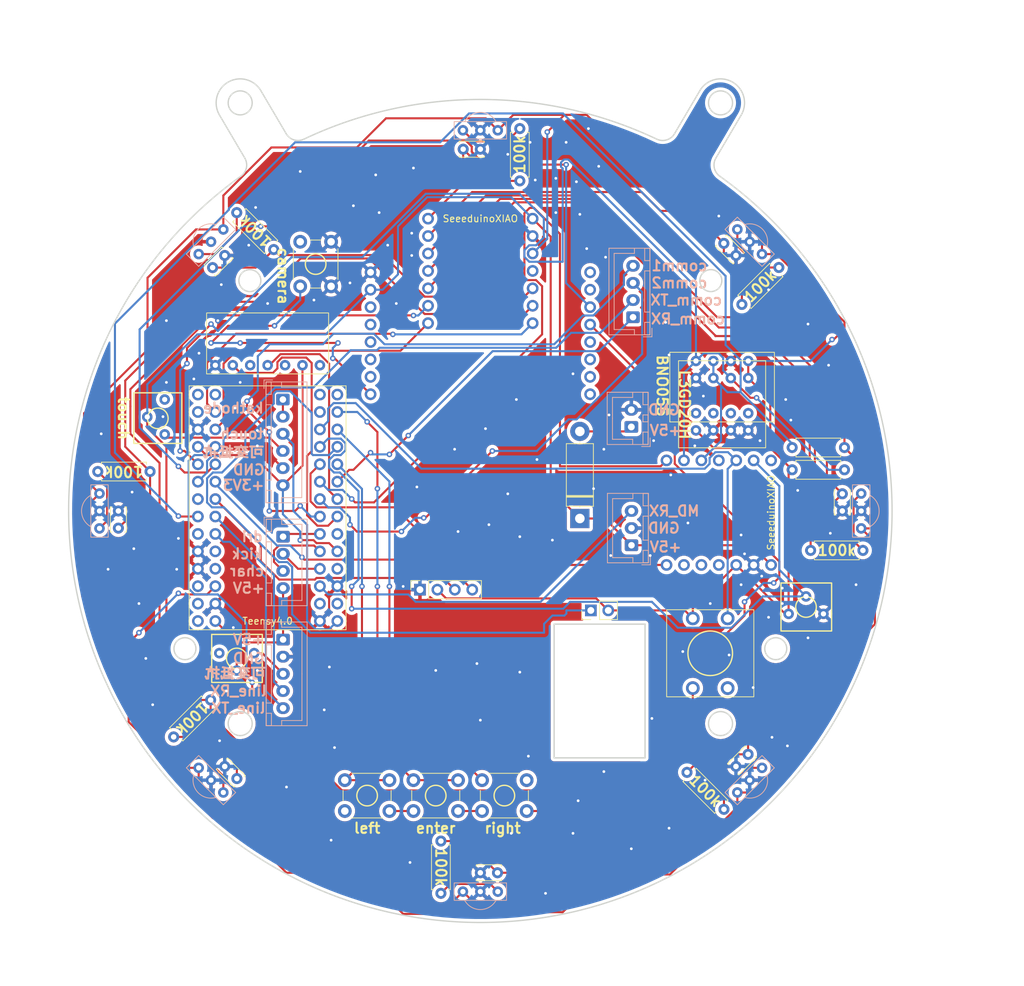
<source format=kicad_pcb>
(kicad_pcb (version 20211014) (generator pcbnew)
  (layers (0 "F.Cu" signal) (31 "B.Cu" signal) (34 "B.Paste" user) (35 "F.Paste" user) (36 "B.SilkS" user "B.Silkscreen") (37 "F.SilkS" user "F.Silkscreen") (38 "B.Mask" user) (39 "F.Mask" user) (44 "Edge.Cuts" user))
  (net 0 "")
  (net 1 "GND")
  (net 2 "+3V3")
  (net 3 "LCD_SCL")
  (net 4 "LCD_SDA")
  (net 5 "IR1")
  (net 6 "IR2")
  (net 7 "IR3")
  (net 8 "IR4")
  (net 9 "IR5")
  (net 10 "IR6")
  (net 11 "IR7")
  (net 12 "IR8")
  (net 13 "+5V")
  (net 14 "Net-(D1-Pad2)")
  (net 15 "comm_RX")
  (net 16 "comm_TX")
  (net 17 "comm2")
  (net 18 "comm1")
  (net 19 "dri")
  (net 20 "kick_kick")
  (net 21 "kick_charge")
  (net 22 "LED_kathode")
  (net 23 "touch")
  (net 24 "Net-(J4-Pad4)")
  (net 25 "MD_RX")
  (net 26 "Net-(J6-Pad3)")
  (net 27 "line_RX")
  (net 28 "line_TX")
  (net 29 "Net-(R3-Pad1)")
  (net 30 "Net-(R4-Pad1)")
  (net 31 "Net-(R5-Pad1)")
  (net 32 "Net-(R6-Pad1)")
  (net 33 "Gyro_SCL")
  (net 34 "Gyro_SDA")
  (net 35 "Net-(R11-Pad1)")
  (net 36 "Net-(R12-Pad1)")
  (net 37 "Net-(R13-Pad1)")
  (net 38 "Net-(R14-Pad1)")
  (net 39 "A1")
  (net 40 "Net-(SW1-Pad1)")
  (net 41 "right")
  (net 42 "enter")
  (net 43 "left")
  (net 44 "toggle")
  (net 45 "A2")
  (net 55 "OpenMV_TX")
  (net 56 "OpenMV_RX")
  (net 60 "Gyro_TX")
  (net 61 "Gyro_RX")
  (net 68 "IR_RX")
  (net 69 "IR_TX")
  (net 78 "TWELITE_TX")
  (net 79 "TWELITE_RX")
  (footprint "可変抵抗:可変抵抗" (layer "F.Cu") (at 104 86.29 90)
    (fp_text reference "R1" hide)
    (fp_text value "R_Trim")
  )
  (footprint "Capacitor_THT:C_Disc_D3.4mm_W2.1mm_P2.50mm" (layer "F.Cu") (at 187.25 137.25 45)
    (fp_text reference "C4" hide)
    (fp_text value "C")
  )
  (footprint "SW:SW" (layer "F.Cu") (at 183.5 110.59)
    (fp_text reference "SW6" hide)
    (fp_text value "SW_Push")
  )
  (footprint "Seeeduino_Xiao:seeeduinoXIAO" (layer "F.Cu") (at 184.75 100.25 90)
    (fp_text reference "U15" hide)
    (fp_text value "SeeeduinoXIAO")
  )
  (footprint "Resistor_THT:R_Axial_DIN0207_L6.3mm_D2.5mm_P7.62mm_Horizontal" (layer "F.Cu") (at 114.5 56.5 -45)
    (fp_text reference "R14" hide)
    (fp_text value "R")
  )
  (footprint "Capacitor_THT:C_Disc_D3.4mm_W2.1mm_P2.50mm" (layer "F.Cu") (at 112.75 62.75 -135)
    (fp_text reference "C8" hide)
    (fp_text value "C")
  )
  (footprint "可変抵抗:可変抵抗" (layer "F.Cu") (at 197.46 115)
    (fp_text reference "RV1" hide)
    (fp_text value "R_Potentiometer_Trim_US")
  )
  (footprint "Resistor_THT:R_Axial_DIN0207_L6.3mm_D2.5mm_P7.62mm_Horizontal" (layer "F.Cu") (at 193.5 64.5 -135)
    (fp_text reference "R4" hide)
    (fp_text value "R")
  )
  (footprint "Button_Switch_THT:SW_PUSH_6mm_H7.3mm" (layer "F.Cu") (at 130.25 139.25)
    (fp_text reference "SW4" hide)
    (fp_text value "SW_Push")
  )
  (footprint "Capacitor_THT:C_Disc_D3.4mm_W2.1mm_P2.50mm" (layer "F.Cu") (at 150 152.75)
    (fp_text reference "C5" hide)
    (fp_text value "C")
  )
  (footprint "Teensy_Breakout:Teensy_Brakeout" (layer "F.Cu") (at 119 100 180)
    (fp_text reference "U2" hide)
    (fp_text value "Teensy4.0")
  )
  (footprint "TWELITE UART:TWELITE UART" (layer "F.Cu") (at 119 75.75)
    (fp_text reference "U3" hide)
    (fp_text value "TWELITE_UART")
  )
  (footprint "Button_Switch_THT:SW_PUSH_6mm_H7.3mm" (layer "F.Cu") (at 140.25 139.25)
    (fp_text reference "SW3" hide)
    (fp_text value "SW_Push")
  )
  (footprint "可変抵抗:可変抵抗" (layer "F.Cu") (at 114.5 120.73 180)
    (fp_text reference "R2" hide)
    (fp_text value "R_Trim")
  )
  (footprint "Resistor_THT:R_Axial_DIN0207_L6.3mm_D2.5mm_P7.62mm_Horizontal" (layer "F.Cu") (at 105.305923 132.944077 45)
    (fp_text reference "R12" hide)
    (fp_text value "R")
  )
  (footprint "Resistor_THT:R_Axial_DIN0207_L6.3mm_D2.5mm_P7.62mm_Horizontal" (layer "F.Cu") (at 185.5 143.5 135)
    (fp_text reference "R6" hide)
    (fp_text value "R")
  )
  (footprint "Button_Switch_THT:SW_PUSH_6mm_H7.3mm" (layer "F.Cu") (at 150.25 139.25)
    (fp_text reference "SW2" hide)
    (fp_text value "SW_Push")
  )
  (footprint "BNO055:BNO055" (layer "F.Cu") (at 192.85 81.94 -90)
    (fp_text reference "U13" hide)
    (fp_text value "BNO055")
  )
  (footprint "Resistor_THT:R_Axial_DIN0207_L6.3mm_D2.5mm_P7.62mm_Horizontal" (layer "F.Cu") (at 203.06 90.75 180)
    (fp_text reference "R9" hide)
    (fp_text value "R")
  )
  (footprint "Resistor_THT:R_Axial_DIN0207_L6.3mm_D2.5mm_P7.62mm_Horizontal" (layer "F.Cu") (at 155.75 44.25 -90)
    (fp_text reference "R3" hide)
    (fp_text value "R")
  )
  (footprint "Capacitor_THT:C_Disc_D3.4mm_W2.1mm_P2.50mm" (layer "F.Cu") (at 97.25 100 -90)
    (fp_text reference "C7" hide)
    (fp_text value "C")
  )
  (footprint "Resistor_THT:R_Axial_DIN0207_L6.3mm_D2.5mm_P7.62mm_Horizontal" (layer "F.Cu") (at 94.25 94.25)
    (fp_text reference "R13" hide)
    (fp_text value "R")
  )
  (footprint "L3GD20H_Module:L3GD20H_Module_KiCad6.0" (layer "F.Cu") (at 183.96 84.44 -90)
    (fp_text reference "U12" hide)
    (fp_text value "L3GD20H_module")
  )
  (footprint "Capacitor_THT:C_Disc_D3.4mm_W2.1mm_P2.50mm" (layer "F.Cu") (at 150 47.25 180)
    (fp_text reference "C1" hide)
    (fp_text value "C")
  )
  (footprint "Resistor_THT:R_Axial_DIN0207_L6.3mm_D2.5mm_P7.62mm_Horizontal" (layer "F.Cu") (at 205.75 105.75 180)
    (fp_text reference "R5" hide)
    (fp_text value "R")
  )
  (footprint "Button_Switch_THT:SW_PUSH_6mm_H7.3mm" (layer "F.Cu") (at 123.75 67.25 90)
    (fp_text reference "SW1" hide)
    (fp_text value "SW_Push")
  )
  (footprint "Capacitor_THT:C_Disc_D3.4mm_W2.1mm_P2.50mm" (layer "F.Cu") (at 112.75 137.25 -45)
    (fp_text reference "C6" hide)
    (fp_text value "C")
  )
  (footprint "Seeeduino_Xiao:seeeduinoXIAO" (layer "F.Cu") (at 150 65 180)
    (fp_text reference "U14" hide)
    (fp_text value "SeeeduinoXIAO")
  )
  (footprint "Capacitor_THT:C_Disc_D3.4mm_W2.1mm_P2.50mm" (layer "F.Cu") (at 187.25 62.75 135)
    (fp_text reference "C2" hide)
    (fp_text value "C")
  )
  (footprint "Resistor_THT:R_Axial_DIN0207_L6.3mm_D2.5mm_P7.62mm_Horizontal" (layer "F.Cu") (at 203.06 94 180)
    (fp_text reference "R8" hide)
    (fp_text value "R")
  )
  (footprint "Connector_PinSocket_2.54mm:PinSocket_1x04_P2.54mm_Vertical" (layer "F.Cu") (at 141.2 111.475 90)
    (fp_text reference "Brd1" hide)
    (fp_text value "SSD1306")
  )
  (footprint "Resistor_THT:R_Axial_DIN0207_L6.3mm_D2.5mm_P7.62mm_Horizontal" (layer "F.Cu") (at 144.25 155.75 90)
    (fp_text reference "R11" hide)
    (fp_text value "R")
  )
  (footprint "Diode_THT:D_5W_P12.70mm_Horizontal" (layer "F.Cu") (at 164.5 101.1 90)
    (fp_text reference "D1" hide)
    (fp_text value "D")
  )
  (footprint "Capacitor_THT:C_Disc_D3.4mm_W2.1mm_P2.50mm" (layer "F.Cu") (at 202.75 100 90)
    (fp_text reference "C3" hide)
    (fp_text value "C")
  )
  (footprint "Connector_PinHeader_2.54mm:PinHeader_1x02_P2.54mm_Vertical" (layer "F.Cu") (at 166.1 114.5 90)
    (fp_text reference "SW5" hide)
    (fp_text value "SW_Push")
  )
  (footprint "Connector_JST:JST_XH_B4B-XH-A_1x04_P2.50mm_Vertical" (layer "B.Cu") (at 172.25 71.75 90)
    (fp_text reference "J1" hide)
    (fp_text value "Conn_01x04_Female")
  )
  (footprint "TSSP58038:TSSP58038" (layer "B.Cu") (at 150 49.58)
    (fp_text reference "U4" hide)
    (fp_text value "TSSP58038")
  )
  (footprint "Connector_JST:JST_XH_B3B-XH-A_1x03_P2.50mm_Vertical" (layer "B.Cu") (at 172.025 105 90)
    (fp_text reference "J5" hide)
    (fp_text value "Conn_01x03_Female")
  )
  (footprint "OpenMV:OpenMV" (layer "B.Cu") (at 150 108)
    (fp_text reference "U1" hide)
    (fp_text value "open_mv")
  )
  (footprint "TSSP58038:TSSP58038" (layer "B.Cu") (at 114.342102 135.657898 135)
    (fp_text reference "U9" hide)
    (fp_text value "TSSP58038")
  )
  (footprint "TSSP58038:TSSP58038" (layer "B.Cu") (at 114.342102 64.342102 45)
    (fp_text reference "U11" hide)
    (fp_text value "TSSP58038")
  )
  (footprint "TSSP58038:TSSP58038" (layer "B.Cu") (at 200.42 100 -90)
    (fp_text reference "U6" hide)
    (fp_text value "TSSP58038")
  )
  (footprint "TSSP58038:TSSP58038" (layer "B.Cu") (at 150 150.42 180)
    (fp_text reference "U8" hide)
    (fp_text value "TSSP58038")
  )
  (footprint "Connector_JST:JST_XH_B4B-XH-A_1x04_P2.50mm_Vertical" (layer "B.Cu") (at 121.25 103.75 -90)
    (fp_text reference "J2" hide)
    (fp_text value "Conn_01x04_Female")
  )
  (footprint "TSSP58038:TSSP58038" (layer "B.Cu") (at 99.58 100 90)
    (fp_text reference "U10" hide)
    (fp_text value "TSSP58038")
  )
  (footprint "TSSP58038:TSSP58038" (layer "B.Cu") (at 185.657898 135.657898 -135)
    (fp_text reference "U7" hide)
    (fp_text value "TSSP58038")
  )
  (footprint "Connector_JST:JST_XH_B6B-XH-A_1x06_P2.50mm_Vertical" (layer "B.Cu") (at 121.225 83.75 -90)
    (fp_text reference "J4" hide)
    (fp_text value "Conn_01x06_Female")
  )
  (footprint "TSSP58038:TSSP58038" (layer "B.Cu") (at 185.657898 64.342102 -45)
    (fp_text reference "U5" hide)
    (fp_text value "TSSP58038")
  )
  (footprint "Connector_JST:JST_XH_B5B-XH-A_1x05_P2.50mm_Vertical" (layer "B.Cu") (at 121.25 118.75 -90)
    (fp_text reference "J6" hide)
    (fp_text value "Conn_01x05_Female")
  )
  (footprint "Connector_JST:JST_XH_B2B-XH-A_1x02_P2.50mm_Vertical" (layer "B.Cu") (at 172 87.75 90)
    (fp_text reference "J3" hide)
    (fp_text value "Conn_01x02_Female")
  )
  (gr_circle (center 103 86.5) (end 103 85) (layer "F.SilkS") (width 0.2) (fill none))
  (gr_circle (center 114.5 121.5) (end 116 121.5) (layer "F.SilkS") (width 0.2) (fill none))
  (gr_rect (start 106.5 90.1475) (end 99.5 82.7725) (layer "F.SilkS") (width 0.2) (fill none))
  (gr_rect (start 193.8125 117.5) (end 201.1875 110.5) (layer "F.SilkS") (width 0.2) (fill none))
  (gr_circle (center 197.46 114) (end 198.96 114) (layer "F.SilkS") (width 0.2) (fill none))
  (gr_circle (center 153.5 141.5) (end 155 141.5) (layer "F.SilkS") (width 0.2) (fill none))
  (gr_circle (center 133.5 141.5) (end 135 141.5) (layer "F.SilkS") (width 0.2) (fill none))
  (gr_circle (center 143.5 141.5) (end 145 141.5) (layer "F.SilkS") (width 0.2) (fill none))
  (gr_circle (center 126 64) (end 127.5 64) (layer "F.SilkS") (width 0.2) (fill none))
  (gr_circle (center 183.5 120.75) (end 186.75 120.75) (layer "F.SilkS") (width 0.2) (fill none))
  (gr_rect (start 110.8525 125) (end 118.2275 118) (layer "F.SilkS") (width 0.2) (fill none))
  (gr_line (start 160.75 136.000002) (end 160.75 116.500002) (layer "Edge.Cuts") (width 0.2))
  (gr_circle (center 114.999999 40.5) (end 116.749999 40.5) (layer "Edge.Cuts") (width 0.2) (fill none))
  (gr_arc (start 184.888987 51.186493) (mid 184.095586 49.974851) (end 184.328085 48.545336) (layer "Edge.Cuts") (width 0.2))
  (gr_arc (start 181.983231 38.72543) (mid 186.77457 37.483232) (end 188.01677 42.274571) (layer "Edge.Cuts") (width 0.2))
  (gr_arc (start 184.888987 51.186493) (mid 150 160.000001) (end 115.111013 51.186493) (layer "Edge.Cuts") (width 0.2))
  (gr_line (start 174 116.500002) (end 174 136.000002) (layer "Edge.Cuts") (width 0.2))
  (gr_line (start 184.328085 48.545336) (end 188.01677 42.274571) (layer "Edge.Cuts") (width 0.2))
  (gr_circle (center 185 131.000001) (end 186.75 131.000001) (layer "Edge.Cuts") (width 0.2) (fill none))
  (gr_line (start 121.705455 44.996195) (end 118.016769 38.72543) (layer "Edge.Cuts") (width 0.2))
  (gr_arc (start 124.286442 45.789182) (mid 122.841939 45.893954) (end 121.705455 44.996195) (layer "Edge.Cuts") (width 0.2))
  (gr_circle (center 116.412428 66.412429) (end 118.012428 66.412429) (layer "Edge.Cuts") (width 0.2) (fill none))
  (gr_circle (center 183.587572 66.412429) (end 185.187572 66.412429) (layer "Edge.Cuts") (width 0.2) (fill none))
  (gr_circle (center 185.000001 40.5) (end 186.750001 40.5) (layer "Edge.Cuts") (width 0.2) (fill none))
  (gr_line (start 160.75 116.500002) (end 174 116.500002) (layer "Edge.Cuts") (width 0.2))
  (gr_line (start 111.98323 42.274571) (end 115.671915 48.545336) (layer "Edge.Cuts") (width 0.2))
  (gr_arc (start 115.671915 48.545336) (mid 115.904416 49.97485) (end 115.111013 51.186493) (layer "Edge.Cuts") (width 0.2))
  (gr_arc (start 124.286442 45.789182) (mid 150 40.000001) (end 175.713558 45.789182) (layer "Edge.Cuts") (width 0.2))
  (gr_circle (center 106.952049 120.077707) (end 108.552049 120.077707) (layer "Edge.Cuts") (width 0.2) (fill none))
  (gr_circle (center 193.047951 120.077707) (end 194.647951 120.077707) (layer "Edge.Cuts") (width 0.2) (fill none))
  (gr_arc (start 178.294545 44.996195) (mid 177.158066 45.893961) (end 175.713558 45.789182) (layer "Edge.Cuts") (width 0.2))
  (gr_line (start 181.983231 38.72543) (end 178.294545 44.996195) (layer "Edge.Cuts") (width 0.2))
  (gr_arc (start 111.98323 42.274571) (mid 113.225429 37.483231) (end 118.016769 38.72543) (layer "Edge.Cuts") (width 0.2))
  (gr_circle (center 114.999999 131.000001) (end 116.749999 131.000001) (layer "Edge.Cuts") (width 0.2) (fill none))
  (gr_line (start 174 136.000002) (end 160.75 136.000002) (layer "Edge.Cuts") (width 0.2))
  (gr_text "+5V" (at 177 105.25) (layer "B.SilkS") (effects (font (size 1.5 1.5) (thickness 0.3)) (justify mirror)))
  (gr_text "comm_TX" (at 180 69.25) (layer "B.SilkS") (effects (font (size 1.5 1.5) (thickness 0.3)) (justify mirror)))
  (gr_text "kick" (at 116 106.25) (layer "B.SilkS") (effects (font (size 1.5 1.5) (thickness 0.3)) (justify mirror)))
  (gr_text "line_RX" (at 114.75 126.25) (layer "B.SilkS") (effects (font (size 1.5 1.5) (thickness 0.3)) (justify mirror)))
  (gr_text "GND" (at 116.25 121.5) (layer "B.SilkS") (effects (font (size 1.5 1.5) (thickness 0.3)) (justify mirror)))
  (gr_text "comm_RX" (at 180.25 72) (layer "B.SilkS") (effects (font (size 1.5 1.5) (thickness 0.3)) (justify mirror)))
  (gr_text "GND" (at 116.25 94) (layer "B.SilkS") (effects (font (size 1.5 1.5) (thickness 0.3)) (justify mirror)))
  (gr_text "+5V" (at 116.25 111.25) (layer "B.SilkS") (effects (font (size 1.5 1.5) (thickness 0.3)) (justify mirror)))
  (gr_text "dri" (at 116.75 103.75) (layer "B.SilkS") (effects (font (size 1.5 1.5) (thickness 0.3)) (justify mirror)))
  (gr_text "+5V" (at 116.25 118.75) (layer "B.SilkS") (effects (font (size 1.5 1.5) (thickness 0.3)) (justify mirror)))
  (gr_text "GND" (at 176.75 85.25) (layer "B.SilkS") (effects (font (size 1.5 1.5) (thickness 0.3)) (justify mirror)))
  (gr_text "MD_RX" (at 178.25 100) (layer "B.SilkS") (effects (font (size 1.5 1.5) (thickness 0.3)) (justify mirror)))
  (gr_text "char" (at 116 108.75) (layer "B.SilkS") (effects (font (size 1.5 1.5) (thickness 0.3)) (justify mirror)))
  (gr_text "comm2" (at 179 66.75) (layer "B.SilkS") (effects (font (size 1.5 1.5) (thickness 0.3)) (justify mirror)))
  (gr_text "+3V3" (at 115.5 96.25) (layer "B.SilkS") (effects (font (size 1.5 1.5) (thickness 0.3)) (justify mirror)))
  (gr_text "GND" (at 176.75 102.5) (layer "B.SilkS") (effects (font (size 1.5 1.5) (thickness 0.3)) (justify mirror)))
  (gr_text "touch" (at 115.25 88.75) (layer "B.SilkS") (effects (font (size 1.5 1.5) (thickness 0.3)) (justify mirror)))
  (gr_text "line_TX" (at 114.75 128.75) (layer "B.SilkS") (effects (font (size 1.5 1.5) (thickness 0.3)) (justify mirror)))
  (gr_text "可変抵抗" (at 114 91.5) (layer "B.SilkS") (effects (font (size 1.5 1.5) (thickness 0.3)) (justify mirror)))
  (gr_text "可変抵抗" (at 114.25 123.75) (layer "B.SilkS") (effects (font (size 1.5 1.5) (thickness 0.3)) (justify mirror)))
  (gr_text "+5V" (at 177 88.25) (layer "B.SilkS") (effects (font (size 1.5 1.5) (thickness 0.3)) (justify mirror)))
  (gr_text "kathode" (at 114 85) (layer "B.SilkS") (effects (font (size 1.5 1.5) (thickness 0.3)) (justify mirror)))
  (gr_text "comm1" (at 179 64.25) (layer "B.SilkS") (effects (font (size 1.5 1.5) (thickness 0.3)) (justify mirror)))
  (gr_text "100k" (at 155.75 48 90) (layer "F.SilkS") (effects (font (size 1.5 1.5) (thickness 0.3))))
  (gr_text "enter" (at 143.5 146.25) (layer "F.SilkS") (effects (font (size 1.5 1.5) (thickness 0.3))))
  (gr_text "100k" (at 190.805923 67.194077 45) (layer "F.SilkS") (effects (font (size 1.5 1.5) (thickness 0.3))))
  (gr_text "camera" (at 121.25 65.75 270) (layer "F.SilkS") (effects (font (size 1.5 1.5) (thickness 0.3))))
  (gr_text "left" (at 133.5 146.25) (layer "F.SilkS") (effects (font (size 1.5 1.5) (thickness 0.3))))
  (gr_text "BNO055" (at 176.5 81.75 270) (layer "F.SilkS") (effects (font (size 1.5 1.5) (thickness 0.3))))
  (gr_text "100k" (at 182.805923 140.805923 315) (layer "F.SilkS") (effects (font (size 1.5 1.5) (thickness 0.3))))
  (gr_text "100k" (at 144.25 151.94 270) (layer "F.SilkS") (effects (font (size 1.5 1.5) (thickness 0.3))))
  (gr_text "100k" (at 98.06 94.25 180) (layer "F.SilkS") (effects (font (size 1.5 1.5) (thickness 0.3))))
  (gr_text "100k" (at 117.194077 59.194077 135) (layer "F.SilkS") (effects (font (size 1.5 1.5) (thickness 0.3))))
  (gr_text "100k" (at 108 130.25 225) (layer "F.SilkS") (effects (font (size 1.5 1.5) (thickness 0.3))))
  (gr_text "touch" (at 98 86.5 270) (layer "F.SilkS") (effects (font (size 1.5 1.5) (thickness 0.3))))
  (gr_text "100k" (at 201.94 105.75) (layer "F.SilkS") (effects (font (size 1.5 1.5) (thickness 0.3))))
  (gr_text "L3GD20H" (at 179.75 84.5 270) (layer "F.SilkS") (effects (font (size 1.5 1.5) (thickness 0.3))))
  (gr_text "right" (at 153.25 146.25) (layer "F.SilkS") (effects (font (size 1.5 1.5) (thickness 0.3))))
  (segment (start 129.16 110.97) (end 127.96 112.17) (width 0.3) (layer "F.Cu") (net 1))
  (segment (start 127.96 112.17) (end 127.96 114.71) (width 0.3) (layer "F.Cu") (net 1))
  (segment (start 117.5 88.25) (end 114.25 85) (width 0.3) (layer "F.Cu") (net 1))
  (segment (start 121.225 93.75) (end 117.975 90.5) (width 0.3) (layer "F.Cu") (net 1))
  (segment (start 127.96 114.71) (end 126.62 116.05) (width 0.3) (layer "F.Cu") (net 1))
  (segment (start 117.975 90.5) (end 117.5 90.5) (width 0.3) (layer "F.Cu") (net 1))
  (via (at 186.25 121) (size 0.8) (drill 0.4) (layers "F.Cu" "B.Cu") (net 1))
  (via (at 177.5 77.25) (size 0.8) (drill 0.4) (layers "F.Cu" "B.Cu") (net 1))
  (via (at 117.5 90.5) (size 0.8) (drill 0.4) (layers "F.Cu" "B.Cu") (net 1))
  (via (at 175 130.25) (size 0.8) (drill 0.4) (layers "F.Cu" "B.Cu") (net 1))
  (via (at 121.75 140.25) (size 0.8) (drill 0.4) (layers "F.Cu" "B.Cu") (net 1))
  (via (at 140.25 50) (size 0.8) (drill 0.4) (layers "F.Cu" "B.Cu") (net 1))
  (via (at 114 117) (size 0.8) (drill 0.4) (layers "F.Cu" "B.Cu") (net 1))
  (via (at 146.25 91) (size 0.8) (drill 0.4) (layers "F.Cu" "B.Cu") (net 1))
  (via (at 125.75 69.25) (size 0.8) (drill 0.4) (layers "F.Cu" "B.Cu") (net 1))
  (via (at 117.25 55.75) (size 0.8) (drill 0.4) (layers "F.Cu" "B.Cu") (net 1))
  (via (at 182.75 139.25) (size 0.8) (drill 0.4) (layers "F.Cu" "B.Cu") (net 1))
  (via (at 102.25 128.25) (size 0.8) (drill 0.4) (layers "F.Cu" "B.Cu") (net 1))
  (via (at 188.5 106.25) (size 0.8) (drill 0.4) (layers "F.Cu" "B.Cu") (net 1))
  (via (at 113 126.25) (size 0.8) (drill 0.4) (layers "F.Cu" "B.Cu") (net 1))
  (via (at 159.5 155.75) (size 0.8) (drill 0.4) (layers "F.Cu" "B.Cu") (net 1))
  (via (at 157.25 46.25) (size 0.8) (drill 0.4) (layers "F.Cu" "B.Cu") (net 1))
  (via (at 164 52) (size 0.8) (drill 0.4) (layers "F.Cu" "B.Cu") (net 1))
  (via (at 188 110.75) (size 0.8) (drill 0.4) (layers "F.Cu" "B.Cu") (net 1))
  (via (at 114.25 85) (size 0.8) (drill 0.4) (layers "F.Cu" "B.Cu") (net 1))
  (via (at 192 115.5) (size 0.8) (drill 0.4) (layers "F.Cu" "B.Cu") (net 1))
  (via (at 94.75 88.75) (size 0.8) (drill 0.4) (layers "F.Cu" "B.Cu") (net 1))
  (via (at 108.25 80.75) (size 0.8) (drill 0.4) (layers "F.Cu" "B.Cu") (net 1))
  (via (at 154 97.5) (size 0.8) (drill 0.4) (layers "F.Cu" "B.Cu") (net 1))
  (via (at 140.75 96.5) (size 0.8) (drill 0.4) (layers "F.Cu" "B.Cu") (net 1))
  (via (at 194 113.5) (size 0.8) (drill 0.4) (layers "F.Cu" "B.Cu") (net 1))
  (via (at 191 109.5) (size 0.8) (drill 0.4) (layers "F.Cu" "B.Cu") (net 1))
  (via (at 175.25 89.75) (size 0.8) (drill 0.4) (layers "F.Cu" "B.Cu") (net 1))
  (via (at 160.5 104.25) (size 0.8) (drill 0.4) (layers "F.Cu" "B.Cu") (net 1))
  (via (at 204.75 110.75) (size 0.8) (drill 0.4) (layers "F.Cu" "B.Cu") (net 1))
  (via (at 195.25 86.75) (size 0.8) (drill 0.4) (layers "F.Cu" "B.Cu") (net 1))
  (via (at 103.75 86.25) (size 0.8) (drill 0.4) (layers "F.Cu" "B.Cu") (net 1))
  (via (at 136.5 61.25) (size 0.8) (drill 0.4) (layers "F.Cu" "B.Cu") (net 1))
  (via (at 140 62.75) (size 0.8) (drill 0.4) (layers "F.Cu" "B.Cu") (net 1))
  (via (at 151.25 102) (size 0.8) (drill 0.4) (layers "F.Cu" "B.Cu") (net 1))
  (via (at 192 67.75) (size 0.8) (drill 0.4) (layers "F.Cu" "B.Cu") (net 1))
  (via (at 112 133.5) (size 0.8) (drill 0.4) (layers "F.Cu" "B.Cu") (net 1))
  (via (at 112.25 67) (size 0.8) (drill 0.4) (layers "F.Cu" "B.Cu") (net 1))
  (via (at 157 135.75) (size 0.8) (drill 0.4) (layers "F.Cu" "B.Cu") (net 1))
  (via (at 197.75 72.75) (size 0.8) (drill 0.4) (layers "F.Cu" "B.Cu") (net 1))
  (via (at 181.25 90.5) (size 0.8) (drill 0.4) (layers "F.Cu" "B.Cu") (net 1))
  (via (at 134.75 51) (size 0.8) (drill 0.4) (layers "F.Cu" "B.Cu") (net 1))
  (via (at 117.5 123.25) (size 0.8) (drill 0.4) (layers "F.Cu" "B.Cu") (net 1))
  (via (at 177.5 146.25) (size 0.8) (drill 0.4) (layers "F.Cu" "B.Cu") (net 1))
  (via (at 174.75 106.5) (size 0.8) (drill 0.4) (layers "F.Cu" "B.Cu") (net 1))
  (via (at 190.75 89.75) (size 0.8) (drill 0.4) (layers "F.Cu" "B.Cu") (net 1))
  (via (at 149.5 122.25) (size 0.8) (drill 0.4) (layers "F.Cu" "B.Cu") (net 1))
  (via (at 115 81.25) (size 0.8) (drill 0.4) (layers "F.Cu" "B.Cu") (net 1))
  (via (at 168 91) (size 0.8) (drill 0.4) (layers "F.Cu" "B.Cu") (net 1))
  (via (at 140 59.5) (size 0.8) (drill 0.4) (layers "F.Cu" "B.Cu") (net 1))
  (via (at 161 56.5) (size 0.8) (drill 0.4) (layers "F.Cu" "B.Cu") (net 1))
  (via (at 128.75 134.5) (size 0.8) (drill 0.4) (layers "F.Cu" "B.Cu") (net 1))
  (via (at 105.75 108.5) (size 0.8) (drill 0.4) (layers "F.Cu" "B.Cu") (net 1))
  (via (at 162.5 46.25) (size 0.8) (drill 0.4) (layers "F.Cu" "B.Cu") (net 1))
  (via (at 182.5 83.25) (size 0.8) (drill 0.4) (layers "F.Cu" "B.Cu") (net 1))
  (via (at 131 66.75) (size 0.8) (drill 0.4) (layers "F.Cu" "B.Cu") (net 1))
  (via (at 150 130.5) (size 0.8) (drill 0.4) (layers "F.Cu" "B.Cu") (net 1))
  (via (at 116.25 61.25) (size 0.8) (drill 0.4) (layers "F.Cu" "B.Cu") (net 1))
  (via (at 165.5 61.75) (size 0.8) (drill 0.4) (layers "F.Cu" "B.Cu") (net 1))
  (via (at 146.75 103) (size 0.8) (drill 0.4) (layers "F.Cu" "B.Cu") (net 1))
  (via (at 172 149.25) (size 0.8) (drill 0.4) (layers "F.Cu" "B.Cu") (net 1))
  (via (at 161 51.5) (size 0.8) (drill 0.4) (layers "F.Cu" "B.Cu") (net 1))
  (via (at 197.75 118.5) (size 0.8) (drill 0.4) (layers "F.Cu" "B.Cu") (net 1))
  (via (at 164.5 56.75) (size 0.8) (drill 0.4) (layers "F.Cu" "B.Cu") (net 1))
  (via (at 119 69.75) (size 0.8) (drill 0.4) (layers "F.Cu" "B.Cu") (net 1))
  (via (at 128.25 148) (size 0.8) (drill 0.4) (layers "F.Cu" "B.Cu") (net 1))
  (via (at 104.25 72.25) (size 0.8) (drill 0.4) (layers "F.Cu" "B.Cu") (net 1))
  (via (at 165.75 44.25) (size 0.8) (drill 0.4) (layers "F.Cu" "B.Cu") (net 1))
  (via (at 194.5 83.75) (size 0.8) (drill 0.4) (layers "F.Cu" "B.Cu") (net 1))
  (via (at 167.25 49.75) (size 0.8) (drill 0.4) (layers "F.Cu" "B.Cu") (net 1))
  (via (at 99.25 97.25) (size 0.8) (drill 0.4) (layers "F.Cu" "B.Cu") (net 1))
  (via (at 188 103.5) (size 0.8) (drill 0.4) (layers "F.Cu" "B.Cu") (net 1))
  (via (at 184.75 57) (size 0.8) (drill 0.4) (layers "F.Cu" "B.Cu") (net 1))
  (via (at 180.25 101.75) (size 0.8) (drill 0.4) (layers "F.Cu" "B.Cu") (net 1))
  (via (at 194 111.25) (size 0.8) (drill 0.4) (layers "F.Cu" "B.Cu") (net 1))
  (via (at 169 106.5) (size 0.8) (drill 0.4) (layers "F.Cu" "B.Cu") (net 1))
  (via (at 106 104) (size 0.8) (drill 0.4) (layers "F.Cu" "B.Cu") (net 1))
  (via (at 177 72.5) (size 0.8) (drill 0.4) (layers "F.Cu" "B.Cu") (net 1))
  (via (at 131.5 55.5) (size 0.8) (drill 0.4) (layers "F.Cu" "B.Cu") (net 1))
  (via (at 163.5 147) (size 0.8) (drill 0.4) (layers "F.Cu" "B.Cu") (net 1))
  (via (at 183.5 113.5) (size 0.8) (drill 0.4) (layers "F.Cu" "B.Cu") (net 1))
  (via (at 143.5 123.25) (size 0.8) (drill 0.4) (layers "F.Cu" "B.Cu") (net 1))
  (via (at 127.25 129) (size 0.8) (drill 0.4) (layers "F.Cu" "B.Cu") (net 1))
  (via (at 117.5 88.25) (size 0.8) (drill 0.4) (layers "F.Cu" "B.Cu") (net 1))
  (via (at 100.25 113.5) (size 0.8) (drill 0.4) (layers "F.Cu" "B.Cu") (net 1))
  (via (at 99.5 105.5) (size 0.8) (drill 0.4) (layers "F.Cu" "B.Cu") (net 1))
  (via (at 168 138) (size 0.8) (drill 0.4) (layers "F.Cu" "B.Cu") (net 1))
  (via (at 111.75 72.25) (size 0.8) (drill 0.4) (layers "F.Cu" "B.Cu") (net 1))
  (via (at 155.25 83.75) (size 0.8) (drill 0.4) (layers "F.Cu" "B.Cu") (net 1))
  (via (at 154 48) (size 0.8) (drill 0.4) (layers "F.Cu" "B.Cu") (net 1))
  (via (at 158 51.75) (size 0.8) (drill 0.4) (layers "F.Cu" "B.Cu") (net 1))
  (via (at 154.5 147) (size 0.8) (drill 0.4) (layers "F.Cu" "B.Cu") (net 1))
  (via (at 137.75 69.75) (size 0.8) (drill 0.4) (layers "F.Cu" "B.Cu") (net 1))
  (via (at 101.25 121.5) (size 0.8) (drill 0.4) (layers "F.Cu" "B.Cu") (net 1))
  (via (at 95.75 108.5) (size 0.8) (drill 0.4) (layers "F.Cu" "B.Cu") (net 1))
  (via (at 201 103.25) (size 0.8) (drill 0.4) (layers "F.Cu" "B.Cu") (net 1))
  (via (at 139.75 151.25) (size 0.8) (drill 0.4) (layers "F.Cu" "B.Cu") (net 1))
  (via (at 123.75 50.5) (size 0.8) (drill 0.4) (layers "F.Cu" "B.Cu") (net 1))
  (via (at 135.25 56.5) (size 0.8) (drill 0.4) (layers "F.Cu" "B.Cu") (net 1))
  (via (at 163.5 80) (size 0.8) (drill 0.4) (layers "F.Cu" "B.Cu") (net 1))
  (via (at 179.5 120.5) (size 0.8) (drill 0.4) (layers "F.Cu" "B.Cu") (net 1))
  (via (at 150.75 88) (size 0.8) (drill 0.4) (layers "F.Cu" "B.Cu") (net 1))
  (via (at 155.75 123.5) (size 0.8) (drill 0.4) (layers "F.Cu" "B.Cu") (net 1))
  (via (at 189.75 125.75) (size 0.8) (drill 0.4) (layers "F.Cu" "B.Cu") (net 1))
  (via (at 138.75 111) (size 0.8) (drill 0.4) (layers "F.Cu" "B.Cu") (net 1))
  (via (at 168.25 63) (size 0.8) (drill 0.4) (layers "F.Cu" "B.Cu") (net 1))
  (via (at 192.5 133) (size 0.8) (drill 0.4) (layers "F.Cu" "B.Cu") (net 1))
  (via (at 158.25 92.5) (size 0.8) (drill 0.4) (layers "F.Cu" "B.Cu") (net 1))
  (via (at 164.25 142.25) (size 0.8) (drill 0.4) (layers "F.Cu" "B.Cu") (net 1))
  (via (at 104.25 81.25) (size 0.8) (drill 0.4) (layers "F.Cu" "B.Cu") (net 1))
  (via (at 128 122.75) (size 0.8) (drill 0.4) (layers "F.Cu" "B.Cu") (net 1))
  (via (at 166.5 96.75) (size 0.8) (drill 0.4) (layers "F.Cu" "B.Cu") (net 1))
  (via (at 177.75 94.75) (size 0.8) (drill 0.4) (layers "F.Cu" "B.Cu") (net 1))
  (via (at 194.75 134.25) (size 0.8) (drill 0.4) (layers "F.Cu" "B.Cu") (net 1))
  (via (at 109 77) (size 0.8) (drill 0.4) (layers "F.Cu" "B.Cu") (net 1))
  (via (at 200.75 78.75) (size 0.8) (drill 0.4) (layers "F.Cu" "B.Cu") (net 1))
  (via (at 168.75 86) (size 0.8) (drill 0.4) (layers "F.Cu" "B.Cu") (net 1))
  (via (at 155.75 103.75) (size 0.8) (drill 0.4) (layers "F.Cu" "B.Cu") (net 1))
  (via (at 196.25 97) (size 0.8) (drill 0.4) (layers "F.Cu" "B.Cu") (net 1))
  (segment (start 117.5 90.5) (end 117.5 88.25) (width 0.3) (layer "B.Cu") (net 1))
  (segment (start 192.25 90.81) (end 183.98 90.81) (width 0.3) (layer "F.Cu") (net 2))
  (segment (start 152.54 44.5) (end 154.79 42.25) (width 0.3) (layer "F.Cu") (net 2))
  (segment (start 112.546051 54.008582) (end 119.554633 47) (width 0.3) (layer "F.Cu") (net 2))
  (segment (start 205.5 102.54) (end 207.5 104.54) (width 0.3) (layer "F.Cu") (net 2))
  (segment (start 180.96 115.67) (end 180.96 114.2) (width 0.3) (layer "F.Cu") (net 2))
  (segment (start 156.75 143.75) (end 168.5 143.75) (width 0.3) (layer "F.Cu") (net 2))
  (segment (start 180.96 114.2) (end 187.29 107.87) (width 0.3) (layer "F.Cu") (net 2))
  (segment (start 108.953948 142.703948) (end 108.953948 137.453949) (width 0.3) (layer "F.Cu") (net 2))
  (segment (start 168.64 114.5) (end 179.79 114.5) (width 0.3) (layer "F.Cu") (net 2))
  (segment (start 101.5 66) (end 108.546052 58.953948) (width 0.3) (layer "F.Cu") (net 2))
  (segment (start 203.06 73.44) (end 203.06 72.69) (width 0.3) (layer "F.Cu") (net 2))
  (segment (start 168.5 143.75) (end 180.96 131.29) (width 0.3) (layer "F.Cu") (net 2))
  (segment (start 194.92 115) (end 194.92 94.52) (width 0.3) (layer "F.Cu") (net 2))
  (segment (start 203.06 72.69) (end 203.06 90.75) (width 0.3) (layer "F.Cu") (net 2))
  (segment (start 100.25 117.75) (end 98.75 119.25) (width 0.3) (layer "F.Cu") (net 2))
  (segment (start 111.38 110.97) (end 110.18 112.17) (width 0.3) (layer "F.Cu") (net 2))
  (segment (start 101.5 76.5) (end 101.5 66) (width 0.3) (layer "F.Cu") (net 2))
  (segment (start 159.75 44.75) (end 162.25 42.25) (width 0.3) (layer "F.Cu") (net 2))
  (segment (start 177.626346 153) (end 167.5 153) (width 0.3) (layer "F.Cu") (net 2))
  (segment (start 105.453949 137.453949) (end 108.953948 137.453949) (width 0.3) (layer "F.Cu") (net 2))
  (segment (start 164 42.25) (end 165.5 42.25) (width 0.3) (layer "F.Cu") (net 2))
  (segment (start 147.46 155.5) (end 144.21 158.75) (width 0.3) (layer "F.Cu") (net 2))
  (segment (start 111 144.75) (end 108.953948 142.703948) (width 0.3) (layer "F.Cu") (net 2))
  (segment (start 167.5 153) (end 162 158.5) (width 0.3) (layer "F.Cu") (net 2))
  (segment (start 98.75 130.75) (end 105.453949 137.453949) (width 0.3) (layer "F.Cu") (net 2))
  (segment (start 203.06 72.433654) (end 203.06 72.69) (width 0.3) (layer "F.Cu") (net 2))
  (segment (start 187.453949 141.046052) (end 187.453949 143.172397) (width 0.3) (layer "F.Cu") (net 2))
  (segment (start 124.08 78.75) (end 124.08 93.395) (width 0.3) (layer "F.Cu") (net 2))
  (segment (start 191.046052 62.546051) (end 193.172397 62.546051) (width 0.3) (layer "F.Cu") (net 2))
  (segment (start 119.554633 47) (end 132 47) (width 0.3) (layer "F.Cu") (net 2))
  (segment (start 162.25 42.25) (end 164 42.25) (width 0.3) (layer "F.Cu") (net 2))
  (segment (start 194.42 115) (end 194.92 115) (width 0.3) (layer "F.Cu") (net 2))
  (segment (start 201.5 75) (end 203.06 73.44) (width 0.3) (layer "F.Cu") (net 2))
  (segment (start 98.75 119.25) (end 98.75 119.5) (width 0.3) (layer "F.Cu") (net 2))
  (segment (start 203.06 90.75) (end 208.5 96.19) (width 0.3) (layer "F.Cu") (net 2))
  (segment (start 191.453948 141.046052) (end 187.453949 141.046052) (width 0.3) (layer "F.Cu") (net 2))
  (segment (start 201.25 75) (end 201.5 75) (width 0.3) (layer "F.Cu") (net 2))
  (segment (start 121.225 96.25) (end 116.825 91.85) (width 0.3) (layer "F.Cu") (net 2))
  (segment (start 143.74 111.475) (end 145.015 112.75) (width 0.3) (layer "F.Cu") (net 2))
  (segment (start 121.75 152.75) (end 113.75 144.75) (width 0.3) (layer "F.Cu") (net 2))
  (segment (start 195.44 94) (end 192.25 90.81) (width 0.3) (layer "F.Cu") (net 2))
  (segment (start 194.92 94.52) (end 195.44 94) (width 0.3) (layer "F.Cu") (net 2))
  (segment (start 116.825 91.85) (end 110.04 91.85) (width 0.3) (layer "F.Cu") (net 2))
  (segment (start 197.75 126.25) (end 197.75 134.75) (width 0.3) (layer "F.Cu") (net 2))
  (segment (start 92 99.96) (end 92 112.5) (width 0.3) (layer "F.Cu") (net 2))
  (segment (start 132.75 152.75) (end 121.75 152.75) (width 0.3) (layer "F.Cu") (net 2))
  (segment (start 110.04 91.85) (end 108.84 90.65) (width 0.3) (layer "F.Cu") (net 2))
  (segment (start 207.46 102.54) (end 205.5 102.54) (width 0.3) (layer "F.Cu") (net 2))
  (segment (start 112.546051 58.953948) (end 112.546051 54.008582) (width 0.3) (layer "F.Cu") (net 2))
  (segment (start 150.46 158.5) (end 147.46 155.5) (width 0.3) (layer "F.Cu") (net 2))
  (segment (start 208.5 101.5) (end 207.46 102.54) (width 0.3) (layer "F.Cu") (net 2))
  (segment (start 138.75 158.75) (end 132.75 152.75) (width 0.3) (layer "F.Cu") (net 2))
  (segment (start 140.25 143.75) (end 136.75 143.75) (width 0.3) (layer "F.Cu") (net 2))
  (segment (start 208.5 96.19) (end 208.5 101.5) (width 0.3) (layer "F.Cu") (net 2))
  (segment (start 92.25 85.75) (end 101.5 76.5) (width 0.3) (layer "F.Cu") (net 2))
  (segment (start 124.08 93.395) (end 121.225 96.25) (width 0.3) (layer "F.Cu") (net 2))
  (segment (start 113.75 144.75) (end 111 144.75) (width 0.3) (layer "F.Cu") (net 2))
  (segment (start 192.25 83.84) (end 189.04 80.63) (width 0.3) (layer "F.Cu") (net 2))
  (segment (start 108.546052 58.953948) (end 112.546051 58.953948) (width 0.3) (layer "F.Cu") (net 2))
  (segment (start 132 47) (end 136.25 42.75) (width 0.3) (layer "F.Cu") (net 2))
  (segment (start 98.75 119.5) (end 98.75 130.75) (width 0.3) (layer "F.Cu") (net 2))
  (segment (start 150.79 42.75) (end 152.54 44.5) (width 0.3) (layer "F.Cu") (net 2))
  (segment (start 92.25 95.21) (end 92.25 85.75) (width 0.3) (layer "F.Cu") (net 2))
  (segment (start 192.25 90.81) (end 192.25 83.84) (width 0.3) (layer "F.Cu") (net 2))
  (segment (start 207.5 116.5) (end 197.75 126.25) (width 0.3) (layer "F.Cu") (net 2))
  (segment (start 110.18 112.17) (end 106.17 112.17) (width 0.3) (layer "F.Cu") (net 2))
  (segment (start 145.015 112.75) (end 166.89 112.75) (width 0.3) (layer "F.Cu") (net 2))
  (segment (start 187.29 107.87) (end 194.42 115) (width 0.3) (layer "F.Cu") (net 2))
  (segment (start 162 158.5) (end 150.46 158.5) (width 0.3) (layer "F.Cu") (net 2))
  (segment (start 191.046052 58.296052) (end 191.046052 62.546051) (width 0.3) (layer "F.Cu") (net 2))
  (segment (start 126.127107 104.69) (end 125.687107 104.25) (width 0.3) (layer "F.Cu") (net 2))
  (segment (start 207.5 104.54) (end 207.5 116.5) (width 0.3) (layer "F.Cu") (net 2))
  (segment (start 183.98 90.81) (end 181.42 88.25) (width 0.3) (layer "F.Cu") (net 2))
  (segment (start 150.25 143.75) (end 146.75 143.75) (width 0.3) (layer "F.Cu") (net 2))
  (segment (start 94.5 97.46) (end 92 99.96) (width 0.3) (layer "F.Cu") (net 2))
  (segment (start 127.96 104.69) (end 126.127107 104.69) (width 0.3) (layer "F.Cu") (net 2))
  (segment (start 180.96 131.29) (end 180.96 125.83) (width 0.3) (layer "F.Cu") (net 2))
  (segment (start 197.75 134.75) (end 191.453948 141.046052) (width 0.3) (layer "F.Cu") (net 2))
  (segment (start 154.79 42.25) (end 164 42.25) (width 0.3) (layer "F.Cu") (net 2))
  (segment (start 179.79 114.5) (end 180.96 115.67) (width 0.3) (layer "F.Cu") (net 2))
  (segment (start 92 112.5) (end 98.75 119.25) (width 0.3) (layer "F.Cu") (net 2))
  (segment (start 177.25 54) (end 186.75 54) (width 0.3) (layer "F.Cu") (net 2))
  (segment (start 94.5 97.46) (end 92.25 95.21) (width 0.3) (layer "F.Cu") (net 2))
  (segment (start 129.16 105.89) (end 127.96 104.69) (width 0.3) (layer "F.Cu") (net 2))
  (segment (start 144.21 158.75) (end 138.75 158.75) (width 0.3) (layer "F.Cu") (net 2))
  (segment (start 136.25 42.75) (end 150.79 42.75) (width 0.3) (layer "F.Cu") (net 2))
  (segment (start 186.75 54) (end 191.046052 58.296052) (width 0.3) (layer "F.Cu") (net 2))
  (segment (start 166.89 112.75) (end 168.64 114.5) (width 0.3) (layer "F.Cu") (net 2))
  (segment (start 187.453949 143.172397) (end 177.626346 153) (width 0.3) (layer "F.Cu") (net 2))
  (segment (start 165.5 42.25) (end 177.25 54) (width 0.3) (layer "F.Cu") (net 2))
  (segment (start 125.687107 104.25) (end 123.75 104.25) (width 0.3) (layer "F.Cu") (net 2))
  (segment (start 193.172397 62.546051) (end 203.06 72.433654) (width 0.3) (layer "F.Cu") (net 2))
  (segment (start 189.04 80.63) (end 189.04 78.13) (width 0.3) (layer "F.Cu") (net 2))
  (segment (start 106.17 112.17) (end 106 112) (width 0.3) (layer "F.Cu") (net 2))
  (via (at 123.75 104.25) (size 0.8) (drill 0.4) (layers "F.Cu" "B.Cu") (net 2))
  (via (at 201.25 75) (size 0.8) (drill 0.4) (layers "F.Cu" "B.Cu") (net 2))
  (via (at 100.25 117.75) (size 0.8) (drill 0.4) (layers "F.Cu" "B.Cu") (net 2))
  (via (at 106 112) (size 0.8) (drill 0.4) (layers "F.Cu" "B.Cu") (net 2))
  (via (at 159.75 44.75) (size 0.8) (drill 0.4) (layers "F.Cu" "B.Cu") (net 2))
  (segment (start 106 112) (end 100.25 117.75) (width 0.3) (layer "B.Cu") (net 2))
  (segment (start 157.62 62.46) (end 159.75 60.33) (width 0.3) (layer "B.Cu") (net 2))
  (segment (start 198.12 78.13) (end 201.25 75) (width 0.3) (layer "B.Cu") (net 2))
  (segment (start 123.75 104.25) (end 123.75 103) (width 0.3) (layer "B.Cu") (net 2))
  (segment (start 159.75 60.33) (end 159.75 44.75) (width 0.3) (layer "B.Cu") (net 2))
  (segment (start 123.75 103) (end 121.225 100.475) (width 0.3) (layer "B.Cu") (net 2))
  (segment (start 189.04 78.13) (end 198.12 78.13) (width 0.3) (layer "B.Cu") (net 2))
  (segment (start 121.225 100.475) (end 121.225 96.25) (width 0.3) (layer "B.Cu") (net 2))
  (segment (start 126.122943 109.77) (end 144.575 109.77) (width 0.3) (layer "F.Cu") (net 3))
  (segment (start 118 107.322056) (end 120.677944 110) (width 0.3) (layer "F.Cu") (net 3))
  (segment (start 111.38 98.27) (end 118 104.89) (width 0.3) (layer "F.Cu") (net 3))
  (segment (start 120.677944 110) (end 125.892943 110) (width 0.3) (layer "F.Cu") (net 3))
  (segment (start 118 104.89) (end 118 107.322056) (width 0.3) (layer "F.Cu") (net 3))
  (segment (start 125.892943 110) (end 126.122943 109.77) (width 0.3) (layer "F.Cu") (net 3))
  (segment (start 144.575 109.77) (end 146.28 111.475) (width 0.3) (layer "F.Cu") (net 3))
  (segment (start 124.34 107.09) (end 144.435 107.09) (width 0.3) (layer "F.Cu") (net 4))
  (segment (start 144.435 107.09) (end 148.82 111.475) (width 0.3) (layer "F.Cu") (net 4))
  (segment (start 124 106.75) (end 124.34 107.09) (width 0.3) (layer "F.Cu") (net 4))
  (via (at 124 106.75) (size 0.8) (drill 0.4) (layers "F.Cu" "B.Cu") (net 4))
  (segment (start 120.376472 105.05) (end 122.3 105.05) (width 0.3) (layer "B.Cu") (net 4))
  (segment (start 122.3 105.05) (end 124 106.75) (width 0.3) (layer "B.Cu") (net 4))
  (segment (start 111.38 95.73) (end 111.38 96.053528) (width 0.3) (layer "B.Cu") (net 4))
  (segment (start 111.38 96.053528) (end 120.376472 105.05) (width 0.3) (layer "B.Cu") (net 4))
  (segment (start 147.5 47.25) (end 147.5 52.26) (width 0.3) (layer "F.Cu") (net 5))
  (segment (start 147.5 52.26) (end 142.38 57.38) (width 0.3) (layer "F.Cu") (net 5))
  (segment (start 152.12 51.87) (end 155.75 51.87) (width 0.3) (layer "F.Cu") (net 5))
  (segment (start 147.5 47.25) (end 152.12 51.87) (width 0.3) (layer "F.Cu") (net 5))
  (segment (start 176.25 56.25) (end 173.5 53.5) (width 0.3) (layer "F.Cu") (net 6))
  (segment (start 185.482233 60.982233) (end 185.482233 63.982233) (width 0.3) (layer "F.Cu") (net 6))
  (segment (start 185.482233 63.982233) (end 188.111846 66.611846) (width 0.3) (layer "F.Cu") (net 6))
  (segment (start 173.5 53.5) (end 148.8 53.5) (width 0.3) (layer "F.Cu") (net 6))
  (segment (start 185.482233 60.982233) (end 180.75 56.25) (width 0.3) (layer "F.Cu") (net 6))
  (segment (start 180.75 56.25) (end 176.25 56.25) (width 0.3) (layer "F.Cu") (net 6))
  (segment (start 188.111846 66.611846) (end 188.111846 69.888154) (width 0.3) (layer "F.Cu") (net 6))
  (segment (start 148.8 53.5) (end 142.38 59.92) (width 0.3) (layer "F.Cu") (net 6))
  (segment (start 200.5 95.25) (end 200.5 81.25) (width 0.3) (layer "F.Cu") (net 7))
  (segment (start 200.5 81.25) (end 191 71.75) (width 0.3) (layer "F.Cu") (net 7))
  (segment (start 198.13 102.12) (end 202.75 97.5) (width 0.3) (layer "F.Cu") (net 7))
  (segment (start 191 71.75) (end 184.5 71.75) (width 0.3) (layer "F.Cu") (net 7))
  (segment (start 202.75 97.5) (end 200.5 95.25) (width 0.3) (layer "F.Cu") (net 7))
  (segment (start 166.75 54) (end 150.84 54) (width 0.3) (layer "F.Cu") (net 7))
  (segment (start 184.5 71.75) (end 166.75 54) (width 0.3) (layer "F.Cu") (net 7))
  (segment (start 150.84 54) (end 142.38 62.46) (width 0.3) (layer "F.Cu") (net 7))
  (segment (start 198.13 105.75) (end 198.13 102.12) (width 0.3) (layer "F.Cu") (net 7))
  (segment (start 202.5 112.75) (end 196.25 106.5) (width 0.3) (layer "F.Cu") (net 8))
  (segment (start 190 73.25) (end 184.75 73.25) (width 0.3) (layer "F.Cu") (net 8))
  (segment (start 184.75 73.25) (end 166 54.5) (width 0.3) (layer "F.Cu") (net 8))
  (segment (start 196.25 106.5) (end 196.25 100.75) (width 0.3) (layer "F.Cu") (net 8))
  (segment (start 189.017767 135.482233) (end 182.741459 135.482233) (width 0.3) (layer "F.Cu") (net 8))
  (segment (start 166 54.5) (end 152.88 54.5) (width 0.3) (layer "F.Cu") (net 8))
  (segment (start 202.5 119.25) (end 202.5 112.75) (width 0.3) (layer "F.Cu") (net 8))
  (segment (start 189.017767 132.732233) (end 202.5 119.25) (width 0.3) (layer "F.Cu") (net 8))
  (segment (start 152.88 54.5) (end 142.38 65) (width 0.3) (layer "F.Cu") (net 8))
  (segment (start 182.741459 135.482233) (end 180.111846 138.111846) (width 0.3) (layer "F.Cu") (net 8))
  (segment (start 198.75 82) (end 190 73.25) (width 0.3) (layer "F.Cu") (net 8))
  (segment (start 198.75 98.25) (end 198.75 82) (width 0.3) (layer "F.Cu") (net 8))
  (segment (start 189.017767 135.482233) (end 189.017767 132.732233) (width 0.3) (layer "F.Cu") (net 8))
  (segment (start 196.25 100.75) (end 198.75 98.25) (width 0.3) (layer "F.Cu") (net 8))
  (segment (start 154.92 55) (end 142.38 67.54) (width 0.3) (layer "F.Cu") (net 9))
  (segment (start 144.25 148.13) (end 147.88 148.13) (width 0.3) (layer "F.Cu") (net 9))
  (segment (start 195.5 100.5) (end 198 98) (width 0.3) (layer "F.Cu") (net 9))
  (segment (start 201.75 113) (end 195.5 106.75) (width 0.3) (layer "F.Cu") (net 9))
  (segment (start 189.75 74.5) (end 184.25 74.5) (width 0.3) (layer "F.Cu") (net 9))
  (segment (start 181.25 134.75) (end 186.25 134.75) (width 0.3) (layer "F.Cu") (net 9))
  (segment (start 152.5 152.75) (end 163.25 152.75) (width 0.3) (layer "F.Cu") (net 9))
  (segment (start 164.822056 55) (end 154.92 55) (width 0.3) (layer "F.Cu") (net 9))
  (segment (start 198 98) (end 198 82.75) (width 0.3) (layer "F.Cu") (net 9))
  (segment (start 163.25 152.75) (end 181.25 134.75) (width 0.3) (layer "F.Cu") (net 9))
  (segment (start 186.25 134.75) (end 201.75 119.25) (width 0.3) (layer "F.Cu") (net 9))
  (segment (start 147.88 148.13) (end 152.5 152.75) (width 0.3) (layer "F.Cu") (net 9))
  (segment (start 184.25 74.427944) (end 164.822056 55) (width 0.3) (layer "F.Cu") (net 9))
  (segment (start 184.25 74.5) (end 184.25 74.427944) (width 0.3) (layer "F.Cu") (net 9))
  (segment (start 195.5 106.75) (end 195.5 100.5) (width 0.3) (layer "F.Cu") (net 9))
  (segment (start 198 82.75) (end 189.75 74.5) (width 0.3) (layer "F.Cu") (net 9))
  (segment (start 201.75 119.25) (end 201.75 113) (width 0.3) (layer "F.Cu") (net 9))
  (segment (start 114.517767 133.517767) (end 110.694077 129.694077) (width 0.3) (layer "F.Cu") (net 10))
  (segment (start 103.25 93) (end 101 90.75) (width 0.3) (layer "F.Cu") (net 10))
  (segment (start 99 82.25) (end 108.25 73) (width 0.3) (layer "F.Cu") (net 10))
  (segment (start 108.25 73) (end 109.769 71.481) (width 0.3) (layer "F.Cu") (net 10))
  (segment (start 103.25 122.25) (end 103.25 93) (width 0.3) (layer "F.Cu") (net 10))
  (segment (start 99 84.75) (end 99 82.25) (width 0.3) (layer "F.Cu") (net 10))
  (segment (start 140.231 71.481) (end 140.25 71.5) (width 0.3) (layer "F.Cu") (net 10))
  (segment (start 110.694077 127.555923) (end 108.555923 127.555923) (width 0.3) (layer "F.Cu") (net 10))
  (segment (start 99 88.75) (end 99 84.75) (width 0.3) (layer "F.Cu") (net 10))
  (segment (start 114.517767 139.017767) (end 114.517767 133.517767) (width 0.3) (layer "F.Cu") (net 10))
  (segment (start 110.694077 129.694077) (end 110.694077 127.555923) (width 0.3) (layer "F.Cu") (net 10))
  (segment (start 109.769 71.481) (end 140.231 71.481) (width 0.3) (layer "F.Cu") (net 10))
  (segment (start 108.555923 127.555923) (end 103.25 122.25) (width 0.3) (layer "F.Cu") (net 10))
  (segment (start 101 90.75) (end 99 88.75) (width 0.3) (layer "F.Cu") (net 10))
  (via (at 140.25 71.5) (size 0.8) (drill 0.4) (layers "F.Cu" "B.Cu") (net 10))
  (segment (start 140.96 71.5) (end 142.38 70.08) (width 0.3) (layer "B.Cu") (net 10))
  (segment (start 140.25 71.5) (end 140.96 71.5) (width 0.3) (layer "B.Cu") (net 10))
  (segment (start 101.87 97.88) (end 101.87 94.25) (width 0.3) (layer "F.Cu") (net 11))
  (segment (start 109.75 69.5) (end 117.5 69.5) (width 0.3) (layer "F.Cu") (net 11))
  (segment (start 117.5 69.5) (end 123.811847 63.188153) (width 0.3) (layer "F.Cu") (net 11))
  (segment (start 98.25 81) (end 109.75 69.5) (width 0.3) (layer "F.Cu") (net 11))
  (segment (start 133.791096 63.188153) (end 141.882943 71.28) (width 0.3) (layer "F.Cu") (net 11))
  (segment (start 141.882943 71.28) (end 156.42 71.28) (width 0.3) (layer "F.Cu") (net 11))
  (segment (start 156.42 71.28) (end 157.62 70.08) (width 0.3) (layer "F.Cu") (net 11))
  (segment (start 101.87 94.25) (end 98.25 90.63) (width 0.3) (layer "F.Cu") (net 11))
  (segment (start 123.811847 63.188153) (end 133.791096 63.188153) (width 0.3) (layer "F.Cu") (net 11))
  (segment (start 98.25 90.63) (end 98.25 81) (width 0.3) (layer "F.Cu") (net 11))
  (segment (start 97.25 102.5) (end 101.87 97.88) (width 0.3) (layer "F.Cu") (net 11))
  (segment (start 141.892943 68.75) (end 156.41 68.75) (width 0.3) (layer "F.Cu") (net 12))
  (segment (start 120.688153 62.688153) (end 135.831096 62.688153) (width 0.3) (layer "F.Cu") (net 12))
  (segment (start 156.41 68.75) (end 157.62 67.54) (width 0.3) (layer "F.Cu") (net 12))
  (segment (start 117.258541 64.517767) (end 119.888154 61.888154) (width 0.3) (layer "F.Cu") (net 12))
  (segment (start 119.888154 61.888154) (end 120.688153 62.688153) (width 0.3) (layer "F.Cu") (net 12))
  (segment (start 135.831096 62.688153) (end 141.892943 68.75) (width 0.3) (layer "F.Cu") (net 12))
  (segment (start 110.982233 64.517767) (end 117.258541 64.517767) (width 0.3) (layer "F.Cu") (net 12))
  (segment (start 114.5 123.27) (end 114.5 119.17) (width 0.3) (layer "F.Cu") (net 13))
  (segment (start 160.25 60.01) (end 157.62 57.38) (width 0.3) (layer "F.Cu") (net 13))
  (segment (start 104.25 121.5) (end 106.02 123.27) (width 0.3) (layer "F.Cu") (net 13))
  (segment (start 164.5 101.1) (end 168.125 101.1) (width 0.3) (layer "F.Cu") (net 13))
  (segment (start 104.25 90.652606) (end 104.25 121.5) (width 0.3) (layer "F.Cu") (net 13))
  (segment (start 168.125 101.1) (end 172.025 105) (width 0.3) (layer "F.Cu") (net 13))
  (segment (start 164.5 101.1) (end 160.25 96.85) (width 0.3) (layer "F.Cu") (net 13))
  (segment (start 101.46 86.29) (end 101.46 87.862606) (width 0.3) (layer "F.Cu") (net 13))
  (segment (start 189.5 105) (end 192.37 107.87) (width 0.3) (layer "F.Cu") (net 13))
  (segment (start 160.25 96.85) (end 160.25 60.01) (width 0.3) (layer "F.Cu") (net 13))
  (segment (start 121.25 118.75) (end 121.25 111.25) (width 0.3) (layer "F.Cu") (net 13))
  (segment (start 114.5 119.17) (end 120.83 119.17) (width 0.3) (layer "F.Cu") (net 13))
  (segment (start 114.5 119.17) (end 111.38 116.05) (width 0.3) (layer "F.Cu") (net 13))
  (segment (start 101.46 87.862606) (end 104.25 90.652606) (width 0.3) (layer "F.Cu") (net 13))
  (segment (start 120.83 119.17) (end 121.25 118.75) (width 0.3) (layer "F.Cu") (net 13))
  (segment (start 172.025 105) (end 189.5 105) (width 0.3) (layer "F.Cu") (net 13))
  (segment (start 106.02 123.27) (end 114.5 123.27) (width 0.3) (layer "F.Cu") (net 13))
  (segment (start 127.491 74.25) (end 108.75 74.25) (width 0.3) (layer "B.Cu") (net 13))
  (segment (start 134 67.741) (end 127.491 74.25) (width 0.3) (layer "B.Cu") (net 13))
  (segment (start 135.759 67.741) (end 134 67.741) (width 0.3) (layer "B.Cu") (net 13))
  (segment (start 101.46 81.54) (end 101.46 86.29) (width 0.3) (layer "B.Cu") (net 13))
  (segment (start 142.25 54.25) (end 138 58.5) (width 0.3) (layer "B.Cu") (net 13))
  (segment (start 154.49 54.25) (end 142.25 54.25) (width 0.3) (layer "B.Cu") (net 13))
  (segment (start 138 58.5) (end 138 65.5) (width 0.3) (layer "B.Cu") (net 13))
  (segment (start 157.62 57.38) (end 154.49 54.25) (width 0.3) (layer "B.Cu") (net 13))
  (segment (start 138 65.5) (end 135.759 67.741) (width 0.3) (layer "B.Cu") (net 13))
  (segment (start 108.75 74.25) (end 101.46 81.54) (width 0.3) (layer "B.Cu") (net 13))
  (segment (start 164.5 88.4) (end 171.35 88.4) (width 0.3) (layer "F.Cu") (net 14))
  (segment (start 171.35 88.4) (end 172 87.75) (width 0.3) (layer "F.Cu") (net 14))
  (segment (start 134 91.5) (end 131.5 94) (width 0.3) (layer "F.Cu") (net 15))
  (segment (start 131.5 94) (end 130.89 94) (width 0.3) (layer "F.Cu") (net 15))
  (segment (start 130.89 94) (end 129.16 95.73) (width 0.3) (layer "F.Cu") (net 15))
  (segment (start 139.5 89) (end 136.75 91.75) (width 0.3) (layer "F.Cu") (net 15))
  (via (at 136.75 91.75) (size 0.8) (drill 0.4) (layers "F.Cu" "B.Cu") (net 15))
  (via (at 134 91.5) (size 0.8) (drill 0.4) (layers "F.Cu" "B.Cu") (net 15))
  (via (at 139.5 89) (size 0.8) (drill 0.4) (layers "F.Cu" "B.Cu") (net 15))
  (segment (start 167.299 76.701) (end 151.799 76.701) (width 0.3) (layer "B.Cu") (net 15))
  (segment (start 172.25 71.75) (end 167.299 76.701) (width 0.3) (layer "B.Cu") (net 15))
  (segment (start 136.75 91.75) (end 134.25 91.75) (width 0.3) (layer "B.Cu") (net 15))
  (segment (start 151.799 76.701) (end 139.5 89) (width 0.3) (layer "B.Cu") (net 15))
  (segment (start 134.25 91.75) (end 134 91.5) (width 0.3) (layer "B.Cu") (net 15))
  (segment (start 112.58 89.514366) (end 112.58 91.287057) (width 0.3) (layer "B.Cu") (net 16))
  (segment (start 110.882943 91.99) (end 110.18 92.692943) (width 0.3) (layer "B.Cu") (net 16))
  (segment (start 110.18 92.692943) (end 110.18 94.39) (width 0.3) (layer "B.Cu") (net 16))
  (segment (start 161.049 76.201) (end 135.299 76.201) (width 0.3) (layer "B.Cu") (net 16))
  (segment (start 112.58 91.287057) (end 111.877057 91.99) (width 0.3) (layer "B.Cu") (net 16))
  (segment (start 135.299 76.201) (end 134.939 76.561) (width 0.3) (layer "B.Cu") (net 16))
  (segment (start 131.101606 76.561) (end 125.662606 82) (width 0.3) (layer "B.Cu") (net 16))
  (segment (start 167.479 74.021) (end 163.229 74.021) (width 0.3) (layer "B.Cu") (net 16))
  (segment (start 110.18 94.39) (end 108.84 95.73) (width 0.3) (layer "B.Cu") (net 16))
  (segment (start 120.094366 82) (end 112.58 89.514366) (width 0.3) (layer "B.Cu") (net 16))
  (segment (start 172.25 69.25) (end 167.479 74.021) (width 0.3) (layer "B.Cu") (net 16))
  (segment (start 111.877057 91.99) (end 110.882943 91.99) (width 0.3) (layer "B.Cu") (net 16))
  (segment (start 134.939 76.561) (end 131.101606 76.561) (width 0.3) (layer "B.Cu") (net 16))
  (segment (start 125.662606 82) (end 120.094366 82) (width 0.3) (layer "B.Cu") (net 16))
  (segment (start 163.229 74.021) (end 161.049 76.201) (width 0.3) (layer "B.Cu") (net 16))
  (segment (start 132 103) (end 131 102) (width 0.3) (layer "F.Cu") (net 17))
  (segment (start 138.5 103) (end 132 103) (width 0.3) (layer "F.Cu") (net 17))
  (segment (start 151.75 91.25) (end 142 101) (width 0.3) (layer "F.Cu") (net 17))
  (segment (start 142 101) (end 141.75 101) (width 0.3) (layer "F.Cu") (net 17))
  (via (at 138.5 103) (size 0.8) (drill 0.4) (layers "F.Cu" "B.Cu") (net 17))
  (via (at 131 102) (size 0.8) (drill 0.4) (layers "F.Cu" "B.Cu") (net 17))
  (via (at 151.75 91.25) (size 0.8) (drill 0.4) (layers "F.Cu" "B.Cu") (net 17))
  (via (at 141.75 101) (size 0.8) (drill 0.4) (layers "F.Cu" "B.Cu") (net 17))
  (segment (start 162.85 86.65) (end 158.25 91.25) (width 0.3) (layer "B.Cu") (net 17))
  (segment (start 158.25 91.25) (end 151.75 91.25) (width 0.3) (layer "B.Cu") (net 17))
  (segment (start 141.75 101) (end 140.5 101) (width 0.3) (layer "B.Cu") (net 17))
  (segment (start 129.547057 99.5) (end 127.85 99.5) (width 0.3) (layer "B.Cu") (net 17))
  (segment (start 131 100.952943) (end 129.547057 99.5) (width 0.3) (layer "B.Cu") (net 17))
  (segment (start 164.028057 86.65) (end 162.85 86.65) (width 0.3) (layer "B.Cu") (net 17))
  (segment (start 127.85 99.5) (end 126.62 98.27) (width 0.3) (layer "B.Cu") (net 17))
  (segment (start 172.25 66.75) (end 173.575 68.075) (width 0.3) (layer "B.Cu") (net 17))
  (segment (start 131 102) (end 131 100.952943) (width 0.3) (layer "B.Cu") (net 17))
  (segment (start 173.575 77.103057) (end 164.028057 86.65) (width 0.3) (layer "B.Cu") (net 17))
  (segment (start 173.575 68.075) (end 173.575 77.103057) (width 0.3) (layer "B.Cu") (net 17))
  (segment (start 140.5 101) (end 138.5 103) (width 0.3) (layer "B.Cu") (net 17))
  (segment (start 116 85.25) (end 119.25 88.5) (width 0.3) (layer "F.Cu") (net 18))
  (segment (start 119.25 100) (end 123 100) (width 0.3) (layer "F.Cu") (net 18))
  (segment (start 116 84) (end 116 85.25) (width 0.3) (layer "F.Cu") (net 18))
  (segment (start 123 100) (end 123.75 99.25) (width 0.3) (layer "F.Cu") (net 18))
  (via (at 119.25 100) (size 0.8) (drill 0.4) (layers "F.Cu" "B.Cu") (net 18))
  (via (at 116 84) (size 0.8) (drill 0.4) (layers "F.Cu" "B.Cu") (net 18))
  (via (at 119.25 88.5) (size 0.8) (drill 0.4) (layers "F.Cu" "B.Cu") (net 18))
  (via (at 123.75 99.25) (size 0.8) (drill 0.4) (layers "F.Cu" "B.Cu") (net 18))
  (segment (start 166.478057 71.5) (end 164.951 71.5) (width 0.3) (layer "B.Cu") (net 18))
  (segment (start 164.951 71.5) (end 160.75 75.701) (width 0.3) (layer "B.Cu") (net 18))
  (segment (start 172.25 64.25) (end 170.925 65.575) (width 0.3) (layer "B.Cu") (net 18))
  (segment (start 170.925 67.053057) (end 166.478057 71.5) (width 0.3) (layer "B.Cu") (net 18))
  (segment (start 119.25 88.5) (end 119.25 100) (width 0.3) (layer "B.Cu") (net 18))
  (segment (start 119.299 75.701) (end 117.572 77.428) (width 0.3) (layer "B.Cu") (net 18))
  (segment (start 125.31 100.81) (end 126.62 100.81) (width 0.3) (layer "B.Cu") (net 18))
  (segment (start 170.925 65.575) (end 170.925 67.053057) (width 0.3) (layer "B.Cu") (net 18))
  (segment (start 128.589 74.161) (end 127.049 75.701) (width 0.3) (layer "B.Cu") (net 18))
  (segment (start 123.75 99.25) (end 125.31 100.81) (width 0.3) (layer "B.Cu") (net 18))
  (segment (start 117.572 82.428) (end 116 84) (width 0.3) (layer "B.Cu") (net 18))
  (segment (start 160.75 75.701) (end 136.037057 75.701) (width 0.3) (layer "B.Cu") (net 18))
  (segment (start 127.049 75.701) (end 119.299 75.701) (width 0.3) (layer "B.Cu") (net 18))
  (segment (start 134.497057 74.161) (end 128.589 74.161) (width 0.3) (layer "B.Cu") (net 18))
  (segment (start 117.572 77.428) (end 117.572 82.428) (width 0.3) (layer "B.Cu") (net 18))
  (segment (start 136.037057 75.701) (end 134.497057 74.161) (width 0.3) (layer "B.Cu") (net 18))
  (segment (start 121.25 103.75) (end 121.65 103.35) (width 0.3) (layer "F.Cu") (net 19))
  (segment (start 121.65 103.35) (end 126.62 103.35) (width 0.3) (layer "F.Cu") (net 19))
  (segment (start 123.43 108.43) (end 121.25 106.25) (width 0.3) (layer "F.Cu") (net 20))
  (segment (start 126.62 108.43) (end 123.43 108.43) (width 0.3) (layer "F.Cu") (net 20))
  (segment (start 126.62 105.89) (end 125.77 105.04) (width 0.3) (layer "F.Cu") (net 21))
  (segment (start 119.925 105.752944) (end 119.925 107.425) (width 0.3) (layer "F.Cu") (net 21))
  (segment (start 119.925 107.425) (end 121.25 108.75) (width 0.3) (layer "F.Cu") (net 21))
  (segment (start 120.637944 105.04) (end 119.925 105.752944) (width 0.3) (layer "F.Cu") (net 21))
  (segment (start 125.77 105.04) (end 120.637944 105.04) (width 0.3) (layer "F.Cu") (net 21))
  (segment (start 121.225 83.75) (end 121.225 86.25) (width 0.3) (layer "F.Cu") (net 22))
  (segment (start 122.75 100) (end 124.75 102) (width 0.3) (layer "B.Cu") (net 23))
  (segment (start 127.96 117.25) (end 129.16 116.05) (width 0.3) (layer "B.Cu") (net 23))
  (segment (start 122.75 90.275) (end 122.75 100) (width 0.3) (layer "B.Cu") (net 23))
  (segment (start 121.225 88.75) (end 122.75 90.275) (width 0.3) (layer "B.Cu") (net 23))
  (segment (start 124.75 102) (end 124.75 116) (width 0.3) (layer "B.Cu") (net 23))
  (segment (start 124.75 116) (end 126 117.25) (width 0.3) (layer "B.Cu") (net 23))
  (segment (start 126 117.25) (end 127.96 117.25) (width 0.3) (layer "B.Cu") (net 23))
  (segment (start 104.48 89.31) (end 119.285 89.31) (width 0.3) (layer "F.Cu") (net 24))
  (segment (start 104 88.83) (end 104.48 89.31) (width 0.3) (layer "F.Cu") (net 24))
  (segment (start 119.285 89.31) (end 121.225 91.25) (width 0.3) (layer "F.Cu") (net 24))
  (segment (start 127.82 112.17) (end 139.495 112.17) (width 0.3) (layer "B.Cu") (net 25))
  (segment (start 140.575 113.25) (end 158.775 113.25) (width 0.3) (layer "B.Cu") (net 25))
  (segment (start 139.495 112.17) (end 140.575 113.25) (width 0.3) (layer "B.Cu") (net 25))
  (segment (start 158.775 113.25) (end 172.025 100) (width 0.3) (layer "B.Cu") (net 25))
  (segment (start 126.62 110.97) (end 127.82 112.17) (width 0.3) (layer "B.Cu") (net 25))
  (segment (start 117.04 120.73) (end 118.23 120.73) (width 0.3) (layer "F.Cu") (net 26))
  (segment (start 118.23 120.73) (end 121.25 123.75) (width 0.3) (layer "F.Cu") (net 26))
  (segment (start 119.925 109.355) (end 111.38 100.81) (width 0.3) (layer "B.Cu") (net 27))
  (segment (start 121.25 126.25) (end 119.925 124.925) (width 0.3) (layer "B.Cu") (net 27))
  (segment (start 119.925 124.925) (end 119.925 109.355) (width 0.3) (layer "B.Cu") (net 27))
  (segment (start 113.5 104.5) (end 112.53 104.5) (width 0.3) (layer "B.Cu") (net 28))
  (segment (start 112.53 104.5) (end 111.38 103.35) (width 0.3) (layer "B.Cu") (net 28))
  (segment (start 118.75 126.25) (end 118.75 109.75) (width 0.3) (layer "B.Cu") (net 28))
  (segment (start 121.25 128.75) (end 118.75 126.25) (width 0.3) (layer "B.Cu") (net 28))
  (segment (start 118.75 109.75) (end 113.5 104.5) (width 0.3) (layer "B.Cu") (net 28))
  (segment (start 149.06 46.1) (end 153.9 46.1) (width 0.3) (layer "F.Cu") (net 29))
  (segment (start 153.9 46.1) (end 155.75 44.25) (width 0.3) (layer "F.Cu") (net 29))
  (segment (start 147.46 44.5) (end 149.06 46.1) (width 0.3) (layer "F.Cu") (net 29))
  (segment (start 187.453949 58.953948) (end 187.453949 61.327603) (width 0.3) (layer "F.Cu") (net 30))
  (segment (start 187.453949 61.327603) (end 190.626346 64.5) (width 0.3) (layer "F.Cu") (net 30))
  (segment (start 190.626346 64.5) (end 193.5 64.5) (width 0.3) (layer "F.Cu") (net 30))
  (segment (start 205.5 97.46) (end 204.388 98.572) (width 0.3) (layer "F.Cu") (net 31))
  (segment (start 204.388 104.388) (end 205.75 105.75) (width 0.3) (layer "F.Cu") (net 31))
  (segment (start 204.388 98.572) (end 204.388 104.388) (width 0.3) (layer "F.Cu") (net 31))
  (segment (start 185.5 143.5) (end 185.5 141) (width 0.3) (layer "F.Cu") (net 32))
  (segment (start 185.5 141) (end 189.046051 137.453949) (width 0.3) (layer "F.Cu") (net 32))
  (segment (start 189.046051 137.453949) (end 191.046052 137.453949) (width 0.3) (layer "F.Cu") (net 32))
  (segment (start 190.25 83.5) (end 189.37 83.5) (width 0.3) (layer "F.Cu") (net 33))
  (segment (start 189.37 83.5) (end 186.5 80.63) (width 0.3) (layer "F.Cu") (net 33))
  (segment (start 107.25 76.25) (end 110.75 72.75) (width 0.3) (layer "F.Cu") (net 33))
  (segment (start 107.25 78.5) (end 107.25 76.25) (width 0.3) (layer "F.Cu") (net 33))
  (segment (start 108.84 93.19) (end 106.9 91.25) (width 0.3) (layer "F.Cu") (net 33))
  (segment (start 106.9 91.25) (end 106.25 91.25) (width 0.3) (layer "F.Cu") (net 33))
  (via (at 107.25 78.5) (size 0.8) (drill 0.4) (layers "F.Cu" "B.Cu") (net 33))
  (via (at 106.25 91.25) (size 0.8) (drill 0.4) (layers "F.Cu" "B.Cu") (net 33))
  (via (at 110.75 72.75) (size 0.8) (drill 0.4) (layers "F.Cu" "B.Cu") (net 33))
  (via (at 190.25 83.5) (size 0.8) (drill 0.4) (layers "F.Cu" "B.Cu") (net 33))
  (segment (start 155.687057 53.75) (end 159.25 57.312943) (width 0.3) (layer "B.Cu") (net 33))
  (segment (start 179.67 79.88) (end 181.42 78.13) (width 0.3) (layer "B.Cu") (net 33))
  (segment (start 179.67 92.63) (end 179.67 79.88) (width 0.3) (layer "B.Cu") (net 33))
  (segment (start 203.06 94) (end 200.75 94) (width 0.3) (layer "B.Cu") (net 33))
  (segment (start 157.122943 61.26) (end 156.42 61.962943) (width 0.3) (layer "B.Cu") (net 33))
  (segment (start 181.42 78.13) (end 182.532 77.018) (width 0.3) (layer "B.Cu") (net 33))
  (segment (start 159.25 57.312943) (end 159.25 60.122894) (width 0.3) (layer "B.Cu") (net 33))
  (segment (start 161.75 49.189339) (end 162.189339 48.75) (width 0.3) (layer "B.Cu") (net 33))
  (segment (start 161.75 49.810661) (end 161.75 49.189339) (width 0.3) (layer "B.Cu") (net 33))
  (segment (start 184.736606 77.018) (end 185.388 77.669394) (width 0.3) (layer "B.Cu") (net 33))
  (segment (start 156.42 61.962943) (end 156.42 62.957057) (width 0.3) (layer "B.Cu") (net 33))
  (segment (start 185.388 79.518) (end 186.5 80.63) (width 0.3) (layer "B.Cu") (net 33))
  (segment (start 158.112894 61.26) (end 157.122943 61.26) (width 0.3) (layer "B.Cu") (net 33))
  (segment (start 110.75 72.75) (end 111.75 73.75) (width 0.3) (layer "B.Cu") (net 33))
  (segment (start 157.122943 63.66) (end 162 63.66) (width 0.3) (layer "B.Cu") (net 33))
  (segment (start 122.5 63) (end 132.792894 63) (width 0.3) (layer "B.Cu") (net 33))
  (segment (start 106.25 79.5) (end 107.25 78.5) (width 0.3) (layer "B.Cu") (net 33))
  (segment (start 156.42 62.957057) (end 157.122943 63.66) (width 0.3) (layer "B.Cu") (net 33))
  (segment (start 132.792894 63) (end 142.042894 53.75) (width 0.3) (layer "B.Cu") (net 33))
  (segment (start 111.75 73.75) (end 122.5 63) (width 0.3) (layer "B.Cu") (net 33))
  (segment (start 159.25 60.122894) (end 158.112894 61.26) (width 0.3) (layer "B.Cu") (net 33))
  (segment (start 162.189339 48.75) (end 162.810661 48.75) (width 0.3) (layer "B.Cu") (net 33))
  (segment (start 185.388 77.669394) (end 185.388 79.518) (width 0.3) (layer "B.Cu") (net 33))
  (segment (start 106.25 91.25) (end 106.25 79.5) (width 0.3) (layer "B.Cu") (net 33))
  (segment (start 162.810661 48.75) (end 181.42 67.359339) (width 0.3) (layer "B.Cu") (net 33))
  (segment (start 162 63.66) (end 162 50.060661) (width 0.3) (layer "B.Cu") (net 33))
  (segment (start 142.042894 53.75) (end 155.687057 53.75) (width 0.3) (layer "B.Cu") (net 33))
  (segment (start 200.75 94) (end 190.25 83.5) (width 0.3) (layer "B.Cu") (net 33))
  (segment (start 181.42 67.359339) (end 181.42 78.13) (width 0.3) (layer "B.Cu") (net 33))
  (segment (start 162 50.060661) (end 161.75 49.810661) (width 0.3) (layer "B.Cu") (net 33))
  (segment (start 182.532 77.018) (end 184.736606 77.018) (width 0.3) (layer "B.Cu") (net 33))
  (segment (start 108.84 100.81) (end 106.06 100.81) (width 0.3) (layer "F.Cu") (net 34))
  (segment (start 106.06 100.81) (end 106 100.75) (width 0.3) (layer "F.Cu") (net 34))
  (via (at 106 100.75) (size 0.8) (drill 0.4) (layers "F.Cu" "B.Cu") (net 34))
  (segment (start 96.75 72.687202) (end 96.75 91.5) (width 0.3) (layer "B.Cu") (net 34))
  (segment (start 183.96 80.63) (end 185.072 81.742) (width 0.3) (layer "B.Cu") (net 34))
  (segment (start 183.96 78.13) (end 183.96 80.63) (width 0.3) (layer "B.Cu") (net 34))
  (segment (start 186.008 82.678) (end 185.072 81.742) (width 0.3) (layer "B.Cu") (net 34))
  (segment (start 144.137394 46.25) (end 123 46.25) (width 0.3) (layer "B.Cu") (net 34))
  (segment (start 96.75 91.5) (end 106 100.75) (width 0.3) (layer "B.Cu") (net 34))
  (segment (start 113.35 56.087202) (end 96.75 72.687202) (width 0.3) (layer "B.Cu") (net 34))
  (segment (start 187.928 82.678) (end 195.44 90.19) (width 0.3) (layer "B.Cu") (net 34))
  (segment (start 185.741553 75.798947) (end 185.741553 65.741553) (width 0.3) (layer "B.Cu") (net 34))
  (segment (start 162.041261 42.041261) (end 148.346133 42.041261) (width 0.3) (layer "B.Cu") (net 34))
  (segment (start 187.928 82.678) (end 186.008 82.678) (width 0.3) (layer "B.Cu") (net 34))
  (segment (start 185.741553 65.741553) (end 162.041261 42.041261) (width 0.3) (layer "B.Cu") (net 34))
  (segment (start 185.072 81.742) (end 185.072 89.768) (width 0.3) (layer "B.Cu") (net 34))
  (segment (start 185.072 89.768) (end 182.21 92.63) (width 0.3) (layer "B.Cu") (net 34))
  (segment (start 187.928 82.678) (end 187.928 77.985394) (width 0.3) (layer "B.Cu") (net 34))
  (segment (start 123 46.25) (end 113.35 55.9) (width 0.3) (layer "B.Cu") (net 34))
  (segment (start 195.44 90.19) (end 195.44 90.75) (width 0.3) (layer "B.Cu") (net 34))
  (segment (start 113.35 55.9) (end 113.35 56.087202) (width 0.3) (layer "B.Cu") (net 34))
  (segment (start 148.346133 42.041261) (end 144.137394 46.25) (width 0.3) (layer "B.Cu") (net 34))
  (segment (start 187.928 77.985394) (end 185.741553 75.798947) (width 0.3) (layer "B.Cu") (net 34))
  (segment (start 152.54 155.5) (end 151.428 154.388) (width 0.3) (layer "F.Cu") (net 35))
  (segment (start 151.428 154.388) (end 145.612 154.388) (width 0.3) (layer "F.Cu") (net 35))
  (segment (start 145.612 154.388) (end 144.25 155.75) (width 0.3) (layer "F.Cu") (net 35))
  (segment (start 112.546051 138.672397) (end 106.817731 132.944077) (width 0.3) (layer "F.Cu") (net 36))
  (segment (start 106.817731 132.944077) (end 105.305923 132.944077) (width 0.3) (layer "F.Cu") (net 36))
  (segment (start 112.546051 141.046052) (end 112.546051 138.672397) (width 0.3) (layer "F.Cu") (net 36))
  (segment (start 95.612 101.428) (end 95.612 95.612) (width 0.3) (layer "F.Cu") (net 37))
  (segment (start 94.5 102.54) (end 95.612 101.428) (width 0.3) (layer "F.Cu") (net 37))
  (segment (start 95.612 95.612) (end 94.25 94.25) (width 0.3) (layer "F.Cu") (net 37))
  (segment (start 114.5 59.373654) (end 114.5 56.5) (width 0.3) (layer "F.Cu") (net 38))
  (segment (start 111.327603 62.546051) (end 114.5 59.373654) (width 0.3) (layer "F.Cu") (net 38))
  (segment (start 108.953948 62.546051) (end 111.327603 62.546051) (width 0.3) (layer "F.Cu") (net 38))
  (segment (start 131.25 114.25) (end 131.25 111) (width 0.3) (layer "F.Cu") (net 39))
  (via (at 131.25 114.25) (size 0.8) (drill 0.4) (layers "F.Cu" "B.Cu") (net 39))
  (via (at 131.25 111) (size 0.8) (drill 0.4) (layers "F.Cu" "B.Cu") (net 39))
  (segment (start 186.599189 117.02) (end 178.77 117.02) (width 0.3) (layer "B.Cu") (net 39))
  (segment (start 175 113.25) (end 163.080763 113.25) (width 0.3) (layer "B.Cu") (net 39))
  (segment (start 193.57 108.57) (end 197.46 112.46) (width 0.3) (layer "B.Cu") (net 39))
  (segment (start 130.36 91.147057) (end 129.657057 91.85) (width 0.3) (layer "B.Cu") (net 39))
  (segment (start 127.82 89.45) (end 129.657057 89.45) (width 0.3) (layer "B.Cu") (net 39))
  (segment (start 163.080763 113.25) (end 162.080763 114.25) (width 0.3) (layer "B.Cu") (net 39))
  (segment (start 189.83 92.63) (end 193.57 96.37) (width 0.3) (layer "B.Cu") (net 39))
  (segment (start 126.62 90.65) (end 127.82 89.45) (width 0.3) (layer "B.Cu") (net 39))
  (segment (start 191.159189 112.46) (end 186.599189 117.02) (width 0.3) (layer "B.Cu") (net 39))
  (segment (start 132.25 110) (end 131.25 111) (width 0.3) (layer "B.Cu") (net 39))
  (segment (start 128.662943 94.39) (end 129.517057 94.39) (width 0.3) (layer "B.Cu") (net 39))
  (segment (start 178.77 117.02) (end 175 113.25) (width 0.3) (layer "B.Cu") (net 39))
  (segment (start 162.080763 114.25) (end 131.25 114.25) (width 0.3) (layer "B.Cu") (net 39))
  (segment (start 129.517057 94.39) (end 132.25 97.122943) (width 0.3) (layer "B.Cu") (net 39))
  (segment (start 132.25 97.122943) (end 132.25 110) (width 0.3) (layer "B.Cu") (net 39))
  (segment (start 197.46 112.46) (end 191.159189 112.46) (width 0.3) (layer "B.Cu") (net 39))
  (segment (start 129.657057 91.85) (end 128.667106 91.85) (width 0.3) (layer "B.Cu") (net 39))
  (segment (start 128.667106 91.85) (end 127.96 92.557107) (width 0.3) (layer "B.Cu") (net 39))
  (segment (start 130.36 90.152943) (end 130.36 91.147057) (width 0.3) (layer "B.Cu") (net 39))
  (segment (start 129.657057 89.45) (end 130.36 90.152943) (width 0.3) (layer "B.Cu") (net 39))
  (segment (start 127.96 92.557107) (end 127.96 93.687057) (width 0.3) (layer "B.Cu") (net 39))
  (segment (start 193.57 96.37) (end 193.57 108.57) (width 0.3) (layer "B.Cu") (net 39))
  (segment (start 127.96 93.687057) (end 128.662943 94.39) (width 0.3) (layer "B.Cu") (net 39))
  (segment (start 110.75 75.5) (end 113.25 73) (width 0.3) (layer "F.Cu") (net 40))
  (segment (start 113.25 73) (end 114.25 73) (width 0.3) (layer "F.Cu") (net 40))
  (segment (start 129.25 75.5) (end 115 75.5) (width 0.3) (layer "F.Cu") (net 40))
  (segment (start 114.25 73) (end 120 73) (width 0.3) (layer "F.Cu") (net 40))
  (segment (start 134 82.981) (end 128.769 77.75) (width 0.3) (layer "F.Cu") (net 40))
  (segment (start 128.769 77.75) (end 128.5 77.75) (width 0.3) (layer "F.Cu") (net 40))
  (via (at 129.25 75.5) (size 0.8) (drill 0.4) (layers "F.Cu" "B.Cu") (net 40))
  (via (at 128.5 77.75) (size 0.8) (drill 0.4) (layers "F.Cu" "B.Cu") (net 40))
  (via (at 110.75 75.5) (size 0.8) (drill 0.4) (layers "F.Cu" "B.Cu") (net 40))
  (via (at 120 73) (size 0.8) (drill 0.4) (layers "F.Cu" "B.Cu") (net 40))
  (via (at 115 75.5) (size 0.8) (drill 0.4) (layers "F.Cu" "B.Cu") (net 40))
  (segment (start 115 75.5) (end 110.75 75.5) (width 0.3) (layer "B.Cu") (net 40))
  (segment (start 128.5 77.75) (end 128.5 76.25) (width 0.3) (layer "B.Cu") (net 40))
  (segment (start 123.75 69.25) (end 123.75 67.25) (width 0.3) (layer "B.Cu") (net 40))
  (segment (start 128.5 76.25) (end 129.25 75.5) (width 0.3) (layer "B.Cu") (net 40))
  (segment (start 120 73) (end 123.75 69.25) (width 0.3) (layer "B.Cu") (net 40))
  (segment (start 136.75 111) (end 136.75 125.75) (width 0.3) (layer "F.Cu") (net 41))
  (segment (start 136.75 125.75) (end 150.25 139.25) (width 0.3) (layer "F.Cu") (net 41))
  (via (at 136.75 111) (size 0.8) (drill 0.4) (layers "F.Cu" "B.Cu") (net 41))
  (segment (start 129.16 88.11) (end 136.75 95.7) (width 0.3) (layer "B.Cu") (net 41))
  (segment (start 136.75 95.7) (end 136.75 111) (width 0.3) (layer "B.Cu") (net 41))
  (segment (start 135 96.75) (end 135 88.5) (width 0.3) (layer "F.Cu") (net 42))
  (segment (start 140.25 139.25) (end 146.75 139.25) (width 0.3) (layer "F.Cu") (net 42))
  (segment (start 135 134) (end 135 111) (width 0.3) (layer "F.Cu") (net 42))
  (segment (start 135 88.5) (end 133.5 87) (width 0.3) (layer "F.Cu") (net 42))
  (segment (start 140.25 139.25) (end 135 134) (width 0.3) (layer "F.Cu") (net 42))
  (via (at 135 96.75) (size 0.8) (drill 0.4) (layers "F.Cu" "B.Cu") (net 42))
  (via (at 133.5 87) (size 0.8) (drill 0.4) (layers "F.Cu" "B.Cu") (net 42))
  (via (at 135 111) (size 0.8) (drill 0.4) (layers "F.Cu" "B.Cu") (net 42))
  (segment (start 133.5 87) (end 132.07 85.57) (width 0.3) (layer "B.Cu") (net 42))
  (segment (start 132.07 85.57) (end 129.16 85.57) (width 0.3) (layer "B.Cu") (net 42))
  (segment (start 135 111) (end 135 96.75) (width 0.3) (layer "B.Cu") (net 42))
  (segment (start 132.75 136.75) (end 130.25 139.25) (width 0.3) (layer "F.Cu") (net 43))
  (segment (start 132.75 111) (end 132.75 136.75) (width 0.3) (layer "F.Cu") (net 43))
  (segment (start 136.75 139.25) (end 130.25 139.25) (width 0.3) (layer "F.Cu") (net 43))
  (via (at 132.75 111) (size 0.8) (drill 0.4) (layers "F.Cu" "B.Cu") (net 43))
  (segment (start 129.16 93.19) (end 132.75 96.78) (width 0.3) (layer "B.Cu") (net 43))
  (segment (start 132.75 96.78) (end 132.75 111) (width 0.3) (layer "B.Cu") (net 43))
  (segment (start 112.647944 99.47) (end 110.882943 99.47) (width 0.3) (layer "B.Cu") (net 44))
  (segment (start 162.53787 114.96213) (end 162.53787 114.5) (width 0.3) (layer "B.Cu") (net 44))
  (segment (start 125.42 85.67) (end 125.42 91.67) (width 0.3) (layer "B.Cu") (net 44))
  (segment (start 111.022943 94.39) (end 112.36 94.39) (width 0.3) (layer "B.Cu") (net 44))
  (segment (start 121.872056 107.45) (end 120.627944 107.45) (width 0.3) (layer "B.Cu") (net 44))
  (segment (start 122.575 108.152944) (end 121.872056 107.45) (width 0.3) (layer "B.Cu") (net 44))
  (segment (start 119.9 82.901472) (end 120.251472 82.55) (width 0.3) (layer "B.Cu") (net 44))
  (segment (start 120.627944 107.45) (end 112.647944 99.47) (width 0.3) (layer "B.Cu") (net 44))
  (segment (start 125.25 117.75) (end 122.575 115.075) (width 0.3) (layer "B.Cu") (net 44))
  (segment (start 125.42 91.67) (end 125.6 91.85) (width 0.3) (layer "B.Cu") (net 44))
  (segment (start 119.9 84.35) (end 119.9 82.901472) (width 0.3) (layer "B.Cu") (net 44))
  (segment (start 122.3 82.55) (end 125.42 85.67) (width 0.3) (layer "B.Cu") (net 44))
  (segment (start 160.5 115.25) (end 162.25 115.25) (width 0.3) (layer "B.Cu") (net 44))
  (segment (start 120.251472 82.55) (end 122.3 82.55) (width 0.3) (layer "B.Cu") (net 44))
  (segment (start 125.6 91.85) (end 127.96 91.85) (width 0.3) (layer "B.Cu") (net 44))
  (segment (start 110.882943 99.47) (end 110.18 98.767057) (width 0.3) (layer "B.Cu") (net 44))
  (segment (start 122.575 115.075) (end 122.575 108.152944) (width 0.3) (layer "B.Cu") (net 44))
  (segment (start 162.25 115.25) (end 162.53787 114.96213) (width 0.3) (layer "B.Cu") (net 44))
  (segment (start 115.75 88.5) (end 119.9 84.35) (width 0.3) (layer "B.Cu") (net 44))
  (segment (start 115.75 91) (end 115.75 88.5) (width 0.3) (layer "B.Cu") (net 44))
  (segment (start 159.28787 116.46213) (end 160.5 115.25) (width 0.3) (layer "B.Cu") (net 44))
  (segment (start 127.96 91.85) (end 129.16 90.65) (width 0.3) (layer "B.Cu") (net 44))
  (segment (start 110.18 95.232943) (end 111.022943 94.39) (width 0.3) (layer "B.Cu") (net 44))
  (segment (start 166.1 114.5) (end 162.53787 114.5) (width 0.3) (layer "B.Cu") (net 44))
  (segment (start 112.36 94.39) (end 115.75 91) (width 0.3) (layer "B.Cu") (net 44))
  (segment (start 159.28787 117.75) (end 125.25 117.75) (width 0.3) (layer "B.Cu") (net 44))
  (segment (start 110.18 98.767057) (end 110.18 95.232943) (width 0.3) (layer "B.Cu") (net 44))
  (segment (start 159.28787 117.75) (end 159.28787 116.46213) (width 0.3) (layer "B.Cu") (net 44))
  (segment (start 128.621495 84.271448) (end 127.82 85.072943) (width 0.3) (layer "B.Cu") (net 45))
  (segment (start 187.29 92.63) (end 186.09 91.43) (width 0.3) (layer "B.Cu") (net 45))
  (segment (start 182.707057 93.83) (end 141.390661 93.83) (width 0.3) (layer "B.Cu") (net 45))
  (segment (start 186.04 93.88) (end 186.04 115.67) (width 0.3) (layer "B.Cu") (net 45))
  (segment (start 141.390661 93.83) (end 131.832109 84.271448) (width 0.3) (layer "B.Cu") (net 45))
  (segment (start 186.09 91.43) (end 184.252943 91.43) (width 0.3) (layer "B.Cu") (net 45))
  (segment (start 127.82 85.072943) (end 127.82 86.91) (width 0.3) (layer "B.Cu") (net 45))
  (segment (start 127.82 86.91) (end 126.62 88.11) (width 0.3) (layer "B.Cu") (net 45))
  (segment (start 183.41 93.127057) (end 182.707057 93.83) (width 0.3) (layer "B.Cu") (net 45))
  (segment (start 131.832109 84.271448) (end 128.621495 84.271448) (width 0.3) (layer "B.Cu") (net 45))
  (segment (start 184.252943 91.43) (end 183.41 92.272943) (width 0.3) (layer "B.Cu") (net 45))
  (segment (start 187.29 92.63) (end 186.04 93.88) (width 0.3) (layer "B.Cu") (net 45))
  (segment (start 183.41 92.272943) (end 183.41 93.127057) (width 0.3) (layer "B.Cu") (net 45))
  (segment (start 178.33 93.127057) (end 184.007944 98.805001) (width 0.3) (layer "F.Cu") (net 55))
  (segment (start 129.840811 140.75) (end 170.25 140.75) (width 0.3) (layer "F.Cu") (net 55))
  (segment (start 116.75 125) (end 116.75 127.659189) (width 0.3) (layer "F.Cu") (net 55))
  (segment (start 116.75 127.659189) (end 129.840811 140.75) (width 0.3) (layer "F.Cu") (net 55))
  (segment (start 184.007944 98.805001) (end 185.002058 98.805001) (width 0.3) (layer "F.Cu") (net 55))
  (segment (start 193.57 107.372943) (end 193.57 109.68) (width 0.3) (layer "F.Cu") (net 55))
  (segment (start 185.002058 98.805001) (end 193.57 107.372943) (width 0.3) (layer "F.Cu") (net 55))
  (segment (start 176.5 134.5) (end 176.5 127.25) (width 0.3) (layer "F.Cu") (net 55))
  (segment (start 178.33 85.151) (end 178.33 93.127057) (width 0.3) (layer "F.Cu") (net 55))
  (segment (start 188.5 115.25) (end 188.5 113.25) (width 0.3) (layer "F.Cu") (net 55))
  (segment (start 166 72.821) (end 178.33 85.151) (width 0.3) (layer "F.Cu") (net 55))
  (segment (start 170.25 140.75) (end 176.5 134.5) (width 0.3) (layer "F.Cu") (net 55))
  (segment (start 176.5 127.25) (end 188.5 115.25) (width 0.3) (layer "F.Cu") (net 55))
  (segment (start 193.57 109.68) (end 192.75 110.5) (width 0.3) (layer "F.Cu") (net 55))
  (via (at 188.5 113.25) (size 0.8) (drill 0.4) (layers "F.Cu" "B.Cu") (net 55))
  (via (at 192.75 110.5) (size 0.8) (drill 0.4) (layers "F.Cu" "B.Cu") (net 55))
  (via (at 116.75 125) (size 0.8) (drill 0.4) (layers "F.Cu" "B.Cu") (net 55))
  (segment (start 110.18 91.85) (end 111.38 90.65) (width 0.3) (layer "B.Cu") (net 55))
  (segment (start 111.737057 112.17) (end 108.342943 112.17) (width 0.3) (layer "B.Cu") (net 55))
  (segment (start 107.5 92.692943) (end 108.342943 91.85) (width 0.3) (layer "B.Cu") (net 55))
  (segment (start 192.75 110.5) (end 191.25 110.5) (width 0.3) (layer "B.Cu") (net 55))
  (segment (start 115.928 116.360943) (end 111.737057 112.17) (width 0.3) (layer "B.Cu") (net 55))
  (segment (start 115.928 124.178) (end 115.928 116.360943) (width 0.3) (layer "B.Cu") (net 55))
  (segment (start 108.342943 91.85) (end 110.18 91.85) (width 0.3) (layer "B.Cu") (net 55))
  (segment (start 108.342943 112.17) (end 107.5 111.327057) (width 0.3) (layer "B.Cu") (net 55))
  (segment (start 116.75 125) (end 115.928 124.178) (width 0.3) (layer "B.Cu") (net 55))
  (segment (start 107.5 111.327057) (end 107.5 92.692943) (width 0.3) (layer "B.Cu") (net 55))
  (segment (start 191.25 110.5) (end 188.5 113.25) (width 0.3) (layer "B.Cu") (net 55))
  (segment (start 121.25 58.5) (end 118 58.5) (width 0.3) (layer "F.Cu") (net 56))
  (segment (start 133.75 46) (end 121.25 58.5) (width 0.3) (layer "F.Cu") (net 56))
  (segment (start 150.623654 49.5) (end 148.75 47.626346) (width 0.3) (layer "F.Cu") (net 56))
  (segment (start 147.876346 46) (end 133.75 46) (width 0.3) (layer "F.Cu") (net 56))
  (segment (start 110.18 94.39) (end 111.38 93.19) (width 0.3) (layer "F.Cu") (net 56))
  (segment (start 148.75 47.626346) (end 148.75 46.873654) (width 0.3) (layer "F.Cu") (net 56))
  (segment (start 162.5 49.5) (end 150.623654 49.5) (width 0.3) (layer "F.Cu") (net 56))
  (segment (start 106 93.5) (end 106.89 94.39) (width 0.3) (layer "F.Cu") (net 56))
  (segment (start 148.75 46.873654) (end 147.876346 46) (width 0.3) (layer "F.Cu") (net 56))
  (segment (start 106.89 94.39) (end 110.18 94.39) (width 0.3) (layer "F.Cu") (net 56))
  (via (at 118 58.5) (size 0.8) (drill 0.4) (layers "F.Cu" "B.Cu") (net 56))
  (via (at 162.5 49.5) (size 0.8) (drill 0.4) (layers "F.Cu" "B.Cu") (net 56))
  (via (at 106 93.5) (size 0.8) (drill 0.4) (layers "F.Cu" "B.Cu") (net 56))
  (segment (start 166 70.281) (end 162.5 66.781) (width 0.3) (layer "B.Cu") (net 56))
  (segment (start 118 58.5) (end 115.373654 58.5) (width 0.3) (layer "B.Cu") (net 56))
  (segment (start 100.348 87.848) (end 106 93.5) (width 0.3) (layer "B.Cu") (net 56))
  (segment (start 115.373654 58.5) (end 100.348 73.525654) (width 0.3) (layer "B.Cu") (net 56))
  (segment (start 100.348 73.525654) (end 100.348 87.848) (width 0.3) (layer "B.Cu") (net 56))
  (segment (start 162.5 66.781) (end 162.5 49.5) (width 0.3) (layer "B.Cu") (net 56))
  (segment (start 176.28 93.48) (end 161.6 93.48) (width 0.3) (layer "F.Cu") (net 60))
  (segment (start 157.813553 55.813553) (end 157.186447 55.813553) (width 0.3) (layer "F.Cu") (net 60))
  (segment (start 177.13 92.63) (end 176.28 93.48) (width 0.3) (layer "F.Cu") (net 60))
  (segment (start 156.42 65.919999) (end 156.840001 66.34) (width 0.3) (layer "F.Cu") (net 60))
  (segment (start 159 74.25) (end 134.5 98.75) (width 0.3) (layer "F.Cu") (net 60))
  (segment (start 158.117057 66.34) (end 159 67.222943) (width 0.3) (layer "F.Cu") (net 60))
  (segment (start 134.5 98.75) (end 131.75 98.75) (width 0.3) (layer "F.Cu") (net 60))
  (segment (start 161.6 59.6) (end 157.813553 55.813553) (width 0.3) (layer "F.Cu") (net 60))
  (segment (start 156.840001 66.34) (end 158.117057 66.34) (width 0.3) (layer "F.Cu") (net 60))
  (segment (start 161.6 93.48) (end 161.6 59.6) (width 0.3) (layer "F.Cu") (net 60))
  (segment (start 156.42 56.58) (end 156.42 65.919999) (width 0.3) (layer "F.Cu") (net 60))
  (segment (start 157.186447 55.813553) (end 156.42 56.58) (width 0.3) (layer "F.Cu") (net 60))
  (segment (start 159 67.222943) (end 159 74.25) (width 0.3) (layer "F.Cu") (net 60))
  (segment (start 131.75 98.75) (end 131.25 98.25) (width 0.3) (layer "F.Cu") (net 60))
  (via (at 131.25 98.25) (size 0.8) (drill 0.4) (layers "F.Cu" "B.Cu") (net 60))
  (segment (start 129.93 96.93) (end 127.82 96.93) (width 0.3) (layer "B.Cu") (net 60))
  (segment (start 127.82 96.93) (end 126.62 95.73) (width 0.3) (layer "B.Cu") (net 60))
  (segment (start 131.25 98.25) (end 129.93 96.93) (width 0.3) (layer "B.Cu") (net 60))
  (segment (start 145.922106 107.87) (end 137.522106 99.47) (width 0.3) (layer "F.Cu") (net 61))
  (segment (start 125.25 98.597057) (end 125.25 94.56) (width 0.3) (layer "F.Cu") (net 61))
  (segment (start 126.122943 99.47) (end 125.25 98.597057) (width 0.3) (layer "F.Cu") (net 61))
  (segment (start 177.13 107.87) (end 145.922106 107.87) (width 0.3) (layer "F.Cu") (net 61))
  (segment (start 137.522106 99.47) (end 126.122943 99.47) (width 0.3) (layer "F.Cu") (net 61))
  (segment (start 125.25 94.56) (end 126.62 93.19) (width 0.3) (layer "F.Cu") (net 61))
  (segment (start 110.18 78.377394) (end 114.396394 74.161) (width 0.3) (layer "F.Cu") (net 68))
  (segment (start 137.161 74.161) (end 137.25 74.25) (width 0.3) (layer "F.Cu") (net 68))
  (segment (start 114.396394 74.161) (end 137.161 74.161) (width 0.3) (layer "F.Cu") (net 68))
  (segment (start 111.38 85.57) (end 110.18 84.37) (width 0.3) (layer "F.Cu") (net 68))
  (segment (start 110.18 84.37) (end 110.18 78.377394) (width 0.3) (layer "F.Cu") (net 68))
  (via (at 137.25 74.25) (size 0.8) (drill 0.4) (layers "F.Cu" "B.Cu") (net 68))
  (segment (start 137.25 74.25) (end 155.99 74.25) (width 0.3) (layer "B.Cu") (net 68))
  (segment (start 155.99 74.25) (end 157.62 72.62) (width 0.3) (layer "B.Cu") (net 68))
  (segment (start 111.38 88.11) (end 112.58 86.91) (width 0.3) (layer "F.Cu") (net 69))
  (segment (start 112.58 86.91) (end 112.58 78.517394) (width 0.3) (layer "F.Cu") (net 69))
  (segment (start 138.362 76.638) (end 142.38 72.62) (width 0.3) (layer "F.Cu") (net 69))
  (segment (start 112.58 78.517394) (end 114.459394 76.638) (width 0.3) (layer "F.Cu") (net 69))
  (segment (start 138.362 76.638) (end 114.459394 76.638) (width 0.3) (layer "F.Cu") (net 69))
  (segment (start 127.82 102.15) (end 129.16 100.81) (width 0.3) (layer "F.Cu") (net 78))
  (segment (start 124.638 77.638) (end 125.42 78.42) (width 0.3) (layer "F.Cu") (net 78))
  (segment (start 121.079394 77.638) (end 124.638 77.638) (width 0.3) (layer "F.Cu") (net 78))
  (segment (start 124.75 91.957057) (end 124.75 100.637057) (width 0.3) (layer "F.Cu") (net 78))
  (segment (start 115.032 79.862) (end 119.776606 79.862) (width 0.3) (layer "F.Cu") (net 78))
  (segment (start 125.42 78.42) (end 125.42 91.287057) (width 0.3) (layer "F.Cu") (net 78))
  (segment (start 120.428 78.289394) (end 121.079394 77.638) (width 0.3) (layer "F.Cu") (net 78))
  (segment (start 120.428 79.210606) (end 120.428 78.289394) (width 0.3) (layer "F.Cu") (net 78))
  (segment (start 124.75 100.637057) (end 126.262943 102.15) (width 0.3) (layer "F.Cu") (net 78))
  (segment (start 125.42 91.287057) (end 124.75 91.957057) (width 0.3) (layer "F.Cu") (net 78))
  (segment (start 119.776606 79.862) (end 120.428 79.210606) (width 0.3) (layer "F.Cu") (net 78))
  (segment (start 113.92 78.75) (end 115.032 79.862) (width 0.3) (layer "F.Cu") (net 78))
  (segment (start 126.262943 102.15) (end 127.82 102.15) (width 0.3) (layer "F.Cu") (net 78))
  (segment (start 127.96 78.517394) (end 126.580606 77.138) (width 0.3) (layer "F.Cu") (net 79))
  (segment (start 129.16 98.27) (end 127.96 97.07) (width 0.3) (layer "F.Cu") (net 79))
  (segment (start 120.872288 77.138) (end 126.580606 77.138) (width 0.3) (layer "F.Cu") (net 79))
  (segment (start 127.96 97.07) (end 127.96 78.517394) (width 0.3) (layer "F.Cu") (net 79))
  (segment (start 119.260288 78.75) (end 120.872288 77.138) (width 0.3) (layer "F.Cu") (net 79))
  (segment (start 119 78.75) (end 119.260288 78.75) (width 0.3) (layer "F.Cu") (net 79))
  (zone (net 1) (net_name "GND") (layer "F.Cu") (connect_pads (clearance 0.508)) (min_thickness 0.254) (fill yes (thermal_gap 0.508) (thermal_bridge_width 0.508))
    (polygon (pts (xy 224.25 165.25) (xy 83.25 165.25) (xy 83.25 28) (xy 224.25 28)))
  )
  (zone (net 1) (net_name "GND") (layer "B.Cu") (connect_pads (clearance 0.508)) (min_thickness 0.254) (fill yes (thermal_gap 0.508) (thermal_bridge_width 0.508))
    (polygon (pts (xy 229.25 169.25) (xy 80 169.25) (xy 80 25.5) (xy 229.25 25.5)))
  )
)
</source>
